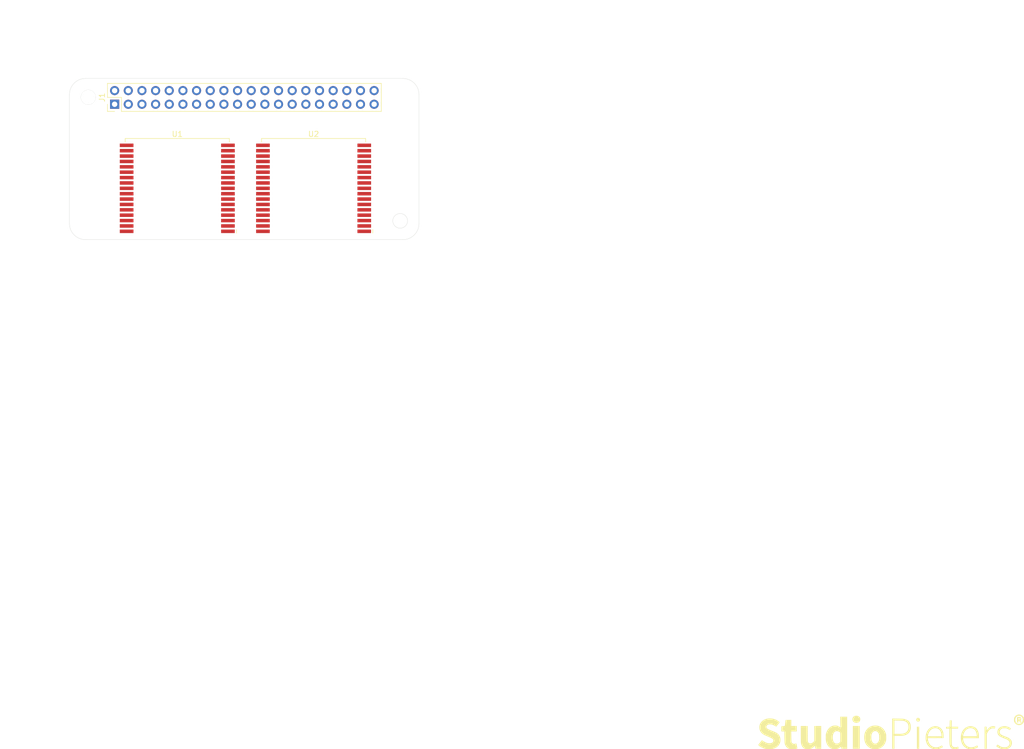
<source format=kicad_pcb>
(kicad_pcb (version 20200829) (generator pcbnew)

  (general
    (thickness 1.6)
  )

  (paper "A4")
  (title_block
    (title "Raspberry Pi® Zero W - Hat Template")
    (date "2018-12-28")
    (rev "1.0.8")
    (company "StudioPieters®")
    (comment 1 "https://www.studiopieters.nl")
  )

  (layers
    (0 "F.Cu" signal)
    (31 "B.Cu" signal)
    (32 "B.Adhes" user)
    (33 "F.Adhes" user)
    (34 "B.Paste" user)
    (35 "F.Paste" user)
    (36 "B.SilkS" user)
    (37 "F.SilkS" user)
    (38 "B.Mask" user)
    (39 "F.Mask" user)
    (40 "Dwgs.User" user)
    (41 "Cmts.User" user)
    (42 "Eco1.User" user)
    (43 "Eco2.User" user)
    (44 "Edge.Cuts" user)
    (45 "Margin" user)
    (46 "B.CrtYd" user)
    (47 "F.CrtYd" user)
    (48 "B.Fab" user)
    (49 "F.Fab" user)
  )

  (setup
    (pcbplotparams
      (layerselection 0x010fc_ffffffff)
      (usegerberextensions false)
      (usegerberattributes false)
      (usegerberadvancedattributes false)
      (creategerberjobfile false)
      (svguseinch false)
      (svgprecision 6)
      (excludeedgelayer true)
      (linewidth 0.100000)
      (plotframeref false)
      (viasonmask false)
      (mode 1)
      (useauxorigin false)
      (hpglpennumber 1)
      (hpglpenspeed 20)
      (hpglpendiameter 15.000000)
      (psnegative false)
      (psa4output false)
      (plotreference true)
      (plotvalue true)
      (plotinvisibletext false)
      (sketchpadsonfab false)
      (subtractmaskfromsilk false)
      (outputformat 1)
      (mirror false)
      (drillshape 1)
      (scaleselection 1)
      (outputdirectory "")
    )
  )


  (net 0 "")
  (net 1 "Net-(U1-Pad1)")
  (net 2 "Net-(U1-Pad33)")
  (net 3 "Net-(U1-Pad32)")
  (net 4 "Net-(U1-Pad31)")
  (net 5 "Net-(U1-Pad30)")
  (net 6 "Net-(U1-Pad29)")
  (net 7 "Net-(U1-Pad28)")
  (net 8 "Net-(U1-Pad27)")
  (net 9 "Net-(U1-Pad26)")
  (net 10 "Net-(U1-Pad25)")
  (net 11 "Net-(U1-Pad23)")
  (net 12 "Net-(U1-Pad22)")
  (net 13 "Net-(U1-Pad21)")
  (net 14 "Net-(U1-Pad20)")
  (net 15 "Net-(U1-Pad19)")
  (net 16 "Net-(U1-Pad18)")
  (net 17 "Net-(U1-Pad17)")
  (net 18 "Net-(U1-Pad16)")
  (net 19 "Net-(U1-Pad15)")
  (net 20 "Net-(U1-Pad14)")
  (net 21 "Net-(U1-Pad13)")
  (net 22 "Net-(U1-Pad12)")
  (net 23 "Net-(U1-Pad10)")
  (net 24 "Net-(U1-Pad9)")
  (net 25 "Net-(U1-Pad8)")
  (net 26 "Net-(U1-Pad7)")
  (net 27 "Net-(U1-Pad6)")
  (net 28 "Net-(U1-Pad5)")
  (net 29 "Net-(U1-Pad4)")
  (net 30 "Net-(U1-Pad3)")
  (net 31 "Net-(U1-Pad2)")
  (net 32 "Net-(U2-Pad1)")
  (net 33 "Net-(U2-Pad33)")
  (net 34 "Net-(U2-Pad32)")
  (net 35 "Net-(U2-Pad31)")
  (net 36 "Net-(U2-Pad30)")
  (net 37 "Net-(U2-Pad29)")
  (net 38 "Net-(U2-Pad28)")
  (net 39 "Net-(U2-Pad27)")
  (net 40 "Net-(U2-Pad26)")
  (net 41 "Net-(U2-Pad25)")
  (net 42 "Net-(U2-Pad23)")
  (net 43 "Net-(U2-Pad22)")
  (net 44 "Net-(U2-Pad21)")
  (net 45 "Net-(U2-Pad20)")
  (net 46 "Net-(U2-Pad19)")
  (net 47 "Net-(U2-Pad18)")
  (net 48 "Net-(U2-Pad17)")
  (net 49 "Net-(U2-Pad16)")
  (net 50 "Net-(U2-Pad15)")
  (net 51 "Net-(U2-Pad14)")
  (net 52 "Net-(U2-Pad13)")
  (net 53 "Net-(U2-Pad12)")
  (net 54 "Net-(U2-Pad10)")
  (net 55 "Net-(U2-Pad9)")
  (net 56 "Net-(U2-Pad8)")
  (net 57 "Net-(U2-Pad7)")
  (net 58 "Net-(U2-Pad6)")
  (net 59 "Net-(U2-Pad5)")
  (net 60 "Net-(U2-Pad4)")
  (net 61 "Net-(U2-Pad3)")
  (net 62 "Net-(U2-Pad2)")

  (module "Connector_PinHeader_2.54mm:PinHeader_2x20_P2.54mm_Vertical" (layer "F.Cu") (tedit 59FED5CC) (tstamp 00000000-0000-0000-0000-00005c2616a7)
    (at 58.4 53.8 90)
    (descr "Through hole straight pin header, 2x20, 2.54mm pitch, double rows")
    (tags "Through hole pin header THT 2x20 2.54mm double row")
    (path "/00000000-0000-0000-0000-00005c26120c")
    (attr through_hole)
    (fp_text reference "J1" (at 1.27 -2.33 90) (layer "F.SilkS")
      (effects (font (size 1 1) (thickness 0.15)))
      (tstamp 9b18c156-6b00-40b2-826b-68f6cece0830)
    )
    (fp_text value "Conn_02x20_Odd_Even" (at 1.27 50.59 90) (layer "F.Fab") hide
      (effects (font (size 1 1) (thickness 0.15)))
      (tstamp 3ea545e3-82bd-4807-9c73-d84153903566)
    )
    (fp_text user "${REFERENCE}" (at 1.27 24.13 180) (layer "F.Fab")
      (effects (font (size 1 1) (thickness 0.15)))
      (tstamp a678691d-cf59-4b11-bd1c-6bdb25038b86)
    )
    (fp_line (start -1.33 -1.33) (end 0 -1.33) (layer "F.SilkS") (width 0.12) (tstamp 10f46d4f-1353-45c0-a658-ac7579385905))
    (fp_line (start 1.27 1.27) (end 1.27 -1.33) (layer "F.SilkS") (width 0.12) (tstamp 15afc2ec-f1ef-4975-ab0d-3cdd49315ec6))
    (fp_line (start -1.33 49.59) (end 3.87 49.59) (layer "F.SilkS") (width 0.12) (tstamp 3b19bd7c-cbf5-4599-9e60-bc308cebf0b8))
    (fp_line (start -1.33 0) (end -1.33 -1.33) (layer "F.SilkS") (width 0.12) (tstamp 8cf07323-fdd9-43c8-baa1-1a097917e6d7))
    (fp_line (start 3.87 -1.33) (end 3.87 49.59) (layer "F.SilkS") (width 0.12) (tstamp 976176d8-b3aa-4611-99e5-c3d3f35042b5))
    (fp_line (start 1.27 -1.33) (end 3.87 -1.33) (layer "F.SilkS") (width 0.12) (tstamp a1972f64-8f99-48bb-8663-64a5361f214b))
    (fp_line (start -1.33 1.27) (end -1.33 49.59) (layer "F.SilkS") (width 0.12) (tstamp dfa2c3d4-0790-447c-9fc8-abb743e2bcfc))
    (fp_line (start -1.33 1.27) (end 1.27 1.27) (layer "F.SilkS") (width 0.12) (tstamp fcc6a402-7ea3-402d-9d61-9b9a7729beb4))
    (fp_line (start -1.8 50.05) (end 4.35 50.05) (layer "F.CrtYd") (width 0.05) (tstamp 1532d2b3-8a2d-4fdc-b496-b78d52cfdaec))
    (fp_line (start 4.35 -1.8) (end -1.8 -1.8) (layer "F.CrtYd") (width 0.05) (tstamp 84fb1351-a259-4bbc-b57d-1378cd1dd335))
    (fp_line (start 4.35 50.05) (end 4.35 -1.8) (layer "F.CrtYd") (width 0.05) (tstamp 92763607-9343-4cbf-8e3f-badf9667deab))
    (fp_line (start -1.8 -1.8) (end -1.8 50.05) (layer "F.CrtYd") (width 0.05) (tstamp b79cd352-4fc1-45a5-af53-746bb8337808))
    (fp_line (start 3.81 49.53) (end -1.27 49.53) (layer "F.Fab") (width 0.1) (tstamp 0367da3d-4c72-4835-936c-a0379b541aa1))
    (fp_line (start 0 -1.27) (end 3.81 -1.27) (layer "F.Fab") (width 0.1) (tstamp 4c1af0c7-e6df-483a-aa51-b75190554db1))
    (fp_line (start 3.81 -1.27) (end 3.81 49.53) (layer "F.Fab") (width 0.1) (tstamp 6c9c7477-79eb-4106-8c24-7eca4d019308))
    (fp_line (start -1.27 0) (end 0 -1.27) (layer "F.Fab") (width 0.1) (tstamp 7d294608-74ca-4ada-bf97-ef1c4f118a73))
    (fp_line (start -1.27 49.53) (end -1.27 0) (layer "F.Fab") (width 0.1) (tstamp a29faa86-254d-40d3-a8df-4ffa66d3fa2a))
    (pad "1" thru_hole rect (at 0 0 90) (size 1.7 1.7) (drill 1) (layers *.Cu *.Mask)
      (net 1 "Net-(J1-Pad1)") (tstamp 4d7e3f0f-978e-49df-b4ff-17a2d7490937))
    (pad "2" thru_hole oval (at 2.54 0 90) (size 1.7 1.7) (drill 1) (layers *.Cu *.Mask)
      (net 2 "Net-(J1-Pad2)") (tstamp d2ef0032-6bc8-464d-a0ca-9753d1408ca6))
    (pad "3" thru_hole oval (at 0 2.54 90) (size 1.7 1.7) (drill 1) (layers *.Cu *.Mask)
      (net 3 "Net-(J1-Pad3)") (tstamp c59f5484-056c-46f7-ad9d-6ad3ab96f79b))
    (pad "4" thru_hole oval (at 2.54 2.54 90) (size 1.7 1.7) (drill 1) (layers *.Cu *.Mask)
      (net 4 "Net-(J1-Pad4)") (tstamp e198085a-e5c1-4142-beb0-b7c1b303ad01))
    (pad "5" thru_hole oval (at 0 5.08 90) (size 1.7 1.7) (drill 1) (layers *.Cu *.Mask)
      (net 5 "Net-(J1-Pad5)") (tstamp d2ae41ed-0b16-4d3f-a61f-ef2f10507933))
    (pad "6" thru_hole oval (at 2.54 5.08 90) (size 1.7 1.7) (drill 1) (layers *.Cu *.Mask)
      (net 6 "Net-(J1-Pad6)") (tstamp d0e856aa-84e1-46ce-90e7-5bbc831bd16b))
    (pad "7" thru_hole oval (at 0 7.62 90) (size 1.7 1.7) (drill 1) (layers *.Cu *.Mask)
      (net 7 "Net-(J1-Pad7)") (tstamp 066991e7-7ba2-45f9-8431-cc18512069c5))
    (pad "8" thru_hole oval (at 2.54 7.62 90) (size 1.7 1.7) (drill 1) (layers *.Cu *.Mask)
      (net 8 "Net-(J1-Pad8)") (tstamp 3fa5de2d-8571-4906-be05-e353a44e46c5))
    (pad "9" thru_hole oval (at 0 10.16 90) (size 1.7 1.7) (drill 1) (layers *.Cu *.Mask)
      (net 9 "Net-(J1-Pad9)") (tstamp 362bb408-0289-4405-880b-2fc601a53dda))
    (pad "10" thru_hole oval (at 2.54 10.16 90) (size 1.7 1.7) (drill 1) (layers *.Cu *.Mask)
      (net 10 "Net-(J1-Pad10)") (tstamp e5aae9f4-21a5-4293-bda3-c5c5d080dbe9))
    (pad "11" thru_hole oval (at 0 12.7 90) (size 1.7 1.7) (drill 1) (layers *.Cu *.Mask)
      (net 11 "Net-(J1-Pad11)") (tstamp 9d52dea2-0f50-4fbd-9122-70d83d88701d))
    (pad "12" thru_hole oval (at 2.54 12.7 90) (size 1.7 1.7) (drill 1) (layers *.Cu *.Mask)
      (net 12 "Net-(J1-Pad12)") (tstamp 633034b2-16f5-44d4-aa36-e1da84073eb0))
    (pad "13" thru_hole oval (at 0 15.24 90) (size 1.7 1.7) (drill 1) (layers *.Cu *.Mask)
      (net 13 "Net-(J1-Pad13)") (tstamp 9bc5a541-85c7-4912-83a4-db3383a042ea))
    (pad "14" thru_hole oval (at 2.54 15.24 90) (size 1.7 1.7) (drill 1) (layers *.Cu *.Mask)
      (net 14 "Net-(J1-Pad14)") (tstamp bb9f2f8b-49d2-41ae-b21e-e461dd174c58))
    (pad "15" thru_hole oval (at 0 17.78 90) (size 1.7 1.7) (drill 1) (layers *.Cu *.Mask)
      (net 15 "Net-(J1-Pad15)") (tstamp 6801348c-3393-41b9-b132-f801cf320f67))
    (pad "16" thru_hole oval (at 2.54 17.78 90) (size 1.7 1.7) (drill 1) (layers *.Cu *.Mask)
      (net 16 "Net-(J1-Pad16)") (tstamp 3b43dff7-b1d0-4a96-b825-0fcc8376614f))
    (pad "17" thru_hole oval (at 0 20.32 90) (size 1.7 1.7) (drill 1) (layers *.Cu *.Mask)
      (net 17 "Net-(J1-Pad17)") (tstamp 38e83d57-1a9f-4887-8c5f-c1ffdbc3a485))
    (pad "18" thru_hole oval (at 2.54 20.32 90) (size 1.7 1.7) (drill 1) (layers *.Cu *.Mask)
      (net 18 "Net-(J1-Pad18)") (tstamp 57b6ffcd-9450-4b6d-9d4a-55206f5d88c5))
    (pad "19" thru_hole oval (at 0 22.86 90) (size 1.7 1.7) (drill 1) (layers *.Cu *.Mask)
      (net 19 "Net-(J1-Pad19)") (tstamp fc796794-da62-4e5e-81a2-ba8af62f5367))
    (pad "20" thru_hole oval (at 2.54 22.86 90) (size 1.7 1.7) (drill 1) (layers *.Cu *.Mask)
      (net 20 "Net-(J1-Pad20)") (tstamp 4baf54ec-3b27-4bb2-b92d-bc4ca0274321))
    (pad "21" thru_hole oval (at 0 25.4 90) (size 1.7 1.7) (drill 1) (layers *.Cu *.Mask)
      (net 21 "Net-(J1-Pad21)") (tstamp a9434279-d16d-4f45-9980-202e3633fa9e))
    (pad "22" thru_hole oval (at 2.54 25.4 90) (size 1.7 1.7) (drill 1) (layers *.Cu *.Mask)
      (net 22 "Net-(J1-Pad22)") (tstamp e4e4a7e3-73cd-4d9c-94dc-80d8f3a026c8))
    (pad "23" thru_hole oval (at 0 27.94 90) (size 1.7 1.7) (drill 1) (layers *.Cu *.Mask)
      (net 23 "Net-(J1-Pad23)") (tstamp 2ef2fc2c-1fd2-4fea-a665-c205a3e58f3a))
    (pad "24" thru_hole oval (at 2.54 27.94 90) (size 1.7 1.7) (drill 1) (layers *.Cu *.Mask)
      (net 24 "Net-(J1-Pad24)") (tstamp 71cf37e7-fbae-47d9-b6fc-e0bd73569c45))
    (pad "25" thru_hole oval (at 0 30.48 90) (size 1.7 1.7) (drill 1) (layers *.Cu *.Mask)
      (net 25 "Net-(J1-Pad25)") (tstamp 9af05bff-bf96-4541-ae95-a76b554f0659))
    (pad "26" thru_hole oval (at 2.54 30.48 90) (size 1.7 1.7) (drill 1) (layers *.Cu *.Mask)
      (net 26 "Net-(J1-Pad26)") (tstamp 74c983a9-a9c1-4a52-9609-1764274b1fa9))
    (pad "27" thru_hole oval (at 0 33.02 90) (size 1.7 1.7) (drill 1) (layers *.Cu *.Mask)
      (net 27 "Net-(J1-Pad27)") (tstamp a2a751a2-da32-4b79-9b36-e69d3ff4c0d5))
    (pad "28" thru_hole oval (at 2.54 33.02 90) (size 1.7 1.7) (drill 1) (layers *.Cu *.Mask)
      (net 28 "Net-(J1-Pad28)") (tstamp 04b5ecd3-37a3-474b-98c9-46695ca2276b))
    (pad "29" thru_hole oval (at 0 35.56 90) (size 1.7 1.7) (drill 1) (layers *.Cu *.Mask)
      (net 29 "Net-(J1-Pad29)") (tstamp 987f45b5-77eb-4525-a1f6-36f9d5db942b))
    (pad "30" thru_hole oval (at 2.54 35.56 90) (size 1.7 1.7) (drill 1) (layers *.Cu *.Mask)
      (net 30 "Net-(J1-Pad30)") (tstamp a50da766-3ff0-4815-a13e-8744a28a5236))
    (pad "31" thru_hole oval (at 0 38.1 90) (size 1.7 1.7) (drill 1) (layers *.Cu *.Mask)
      (net 31 "Net-(J1-Pad31)") (tstamp ebee5387-8667-431b-a3f5-016bb6029b19))
    (pad "32" thru_hole oval (at 2.54 38.1 90) (size 1.7 1.7) (drill 1) (layers *.Cu *.Mask)
      (net 32 "Net-(J1-Pad32)") (tstamp c4fa9226-eb7d-428c-ba48-ee16e6d7c1ed))
    (pad "33" thru_hole oval (at 0 40.64 90) (size 1.7 1.7) (drill 1) (layers *.Cu *.Mask)
      (net 33 "Net-(J1-Pad33)") (tstamp 0298528c-7d38-4d79-992a-3bef412ea3bd))
    (pad "34" thru_hole oval (at 2.54 40.64 90) (size 1.7 1.7) (drill 1) (layers *.Cu *.Mask)
      (net 34 "Net-(J1-Pad34)") (tstamp 0d4b154b-2c49-455f-97a6-a2d4eca3cc75))
    (pad "35" thru_hole oval (at 0 43.18 90) (size 1.7 1.7) (drill 1) (layers *.Cu *.Mask)
      (net 35 "Net-(J1-Pad35)") (tstamp 3162f1f9-1bd8-4f59-8917-7665019a0ffc))
    (pad "36" thru_hole oval (at 2.54 43.18 90) (size 1.7 1.7) (drill 1) (layers *.Cu *.Mask)
      (net 36 "Net-(J1-Pad36)") (tstamp 7b5f304c-c882-4c50-a4cd-7b8c983131fd))
    (pad "37" thru_hole oval (at 0 45.72 90) (size 1.7 1.7) (drill 1) (layers *.Cu *.Mask)
      (net 37 "Net-(J1-Pad37)") (tstamp 5a5830d2-a01d-49c8-ae9d-58b16de85389))
    (pad "38" thru_hole oval (at 2.54 45.72 90) (size 1.7 1.7) (drill 1) (layers *.Cu *.Mask)
      (net 38 "Net-(J1-Pad38)") (tstamp 1af9fae4-64ce-45a4-8601-e153b13a4e37))
    (pad "39" thru_hole oval (at 0 48.26 90) (size 1.7 1.7) (drill 1) (layers *.Cu *.Mask)
      (net 39 "Net-(J1-Pad39)") (tstamp a81ec2fe-315a-44ca-b91b-1ffdba33419f))
    (pad "40" thru_hole oval (at 2.54 48.26 90) (size 1.7 1.7) (drill 1) (layers *.Cu *.Mask)
      (net 40 "Net-(J1-Pad40)") (tstamp 29f79988-04cd-4573-a8c9-fadab57475b5))
    (model "${KISYS3DMOD}/Connector_PinHeader_2.54mm.3dshapes/PinHeader_2x20_P2.54mm_Vertical.wrl"
      (offset (xyz 0 0 0))
      (scale (xyz 1 1 1))
      (rotate (xyz 0 0 0))
    )
  )

  (module "StudioPieters:StudioPieters_Kicad_Logo" (layer "F.Cu") (tedit 0) (tstamp 00000000-0000-0000-0000-00005c26f196)
    (at 202.8 170.6)
    (attr through_hole)
    (fp_text reference "G***" (at 0 0) (layer "F.SilkS") hide
      (effects (font (size 1.524 1.524) (thickness 0.3)))
      (tstamp 8cb2565e-393c-42f5-b54a-3c8ee5114431)
    )
    (fp_text value "LOGO" (at 0.75 0) (layer "F.SilkS") hide
      (effects (font (size 1.524 1.524) (thickness 0.3)))
      (tstamp 3516def1-f353-48e5-8f7e-f0eb29e9ecf8)
    )
    (fp_poly (pts (xy 5.130676 -2.598373)
      (xy 5.247523 -2.541368)
      (xy 5.323803 -2.445202)
      (xy 5.359334 -2.310147)
      (xy 5.362117 -2.251167)
      (xy 5.339981 -2.113905)
      (xy 5.27482 -2.012745)
      (xy 5.168866 -1.950097)
      (xy 5.064213 -1.929851)
      (xy 4.970099 -1.92868)
      (xy 4.891941 -1.937462)
      (xy 4.868333 -1.944502)
      (xy 4.759835 -2.020758)
      (xy 4.693469 -2.132476)
      (xy 4.672837 -2.255737)
      (xy 4.694681 -2.396748)
      (xy 4.75948 -2.507431)
      (xy 4.859281 -2.581835)
      (xy 4.986128 -2.614007)
      (xy 5.130676 -2.598373)) (layer "F.SilkS") (width 0.01) (tstamp 034d473d-58e6-4a75-9454-ea850748c386))
    (fp_poly (pts (xy 8.353778 -1.057902)
      (xy 8.647123 -1.006526)
      (xy 8.910228 -0.908084)
      (xy 9.141377 -0.763743)
      (xy 9.338855 -0.574667)
      (xy 9.500946 -0.342021)
      (xy 9.552243 -0.243813)
      (xy 9.62937 -0.065606)
      (xy 9.684553 0.108588)
      (xy 9.720756 0.293777)
      (xy 9.740941 0.504969)
      (xy 9.748012 0.747889)
      (xy 9.750778 1.143)
      (xy 8.290278 1.15031)
      (xy 6.829778 1.157619)
      (xy 6.829975 1.27731)
      (xy 6.836846 1.362589)
      (xy 6.854851 1.479668)
      (xy 6.880386 1.60586)
      (xy 6.885928 1.629561)
      (xy 6.98253 1.928664)
      (xy 7.118009 2.19155)
      (xy 7.28841 2.415696)
      (xy 7.48978 2.598575)
      (xy 7.718167 2.737661)
      (xy 7.969617 2.830431)
      (xy 8.240177 2.874357)
      (xy 8.525893 2.866915)
      (xy 8.755779 2.824069)
      (xy 8.975365 2.753734)
      (xy 9.184231 2.660704)
      (xy 9.350236 2.561524)
      (xy 9.404953 2.526862)
      (xy 9.435536 2.514956)
      (xy 9.436936 2.515755)
      (xy 9.469386 2.566862)
      (xy 9.51086 2.640819)
      (xy 9.55197 2.719639)
      (xy 9.58333 2.785334)
      (xy 9.595556 2.819691)
      (xy 9.570985 2.84655)
      (xy 9.504492 2.888458)
      (xy 9.406908 2.940383)
      (xy 9.289063 2.997294)
      (xy 9.161786 3.054159)
      (xy 9.035907 3.105946)
      (xy 8.922257 3.147624)
      (xy 8.833556 3.173724)
      (xy 8.696662 3.195958)
      (xy 8.525194 3.209585)
      (xy 8.33649 3.214621)
      (xy 8.14789 3.21108)
      (xy 7.976732 3.198977)
      (xy 7.840356 3.178327)
      (xy 7.817556 3.172853)
      (xy 7.537383 3.071172)
      (xy 7.274306 2.921054)
      (xy 7.037157 2.729722)
      (xy 6.834764 2.504402)
      (xy 6.67596 2.252318)
      (xy 6.664591 2.229556)
      (xy 6.536787 1.911612)
      (xy 6.453648 1.577726)
      (xy 6.414261 1.235332)
      (xy 6.417712 0.891867)
      (xy 6.436483 0.752403)
      (xy 6.829778 0.752403)
      (xy 6.829778 0.818445)
      (xy 9.369778 0.818445)
      (xy 9.369778 0.639515)
      (xy 9.355536 0.461478)
      (xy 9.316763 0.260388)
      (xy 9.259393 0.060709)
      (xy 9.189357 -0.113092)
      (xy 9.185319 -0.121285)
      (xy 9.056614 -0.319431)
      (xy 8.890647 -0.479807)
      (xy 8.694471 -0.599604)
      (xy 8.475138 -0.676012)
      (xy 8.239702 -0.706221)
      (xy 7.995217 -0.68742)
      (xy 7.851403 -0.652756)
      (xy 7.618348 -0.552944)
      (xy 7.404956 -0.402904)
      (xy 7.215807 -0.206804)
      (xy 7.05548 0.031194)
      (xy 7.014486 0.10854)
      (xy 6.969285 0.213755)
      (xy 6.923327 0.345255)
      (xy 6.881691 0.485338)
      (xy 6.849455 0.616299)
      (xy 6.831697 0.720438)
      (xy 6.829778 0.752403)
      (xy 6.436483 0.752403)
      (xy 6.463086 0.554763)
      (xy 6.54947 0.231457)
      (xy 6.67595 -0.070618)
      (xy 6.841611 -0.344026)
      (xy 7.005175 -0.540706)
      (xy 7.238399 -0.745213)
      (xy 7.496139 -0.900935)
      (xy 7.773501 -1.005994)
      (xy 8.065592 -1.058515)
      (xy 8.353778 -1.057902)) (layer "F.SilkS") (width 0.01) (tstamp 143afa95-6bb9-49d5-ab01-bd5bbbdf3714))
    (fp_poly (pts (xy 14.879023 -1.060441)
      (xy 15.178123 -1.013216)
      (xy 15.442154 -0.921837)
      (xy 15.67163 -0.785969)
      (xy 15.867062 -0.605277)
      (xy 16.028963 -0.379425)
      (xy 16.08827 -0.268606)
      (xy 16.161116 -0.109671)
      (xy 16.215187 0.036385)
      (xy 16.253624 0.183999)
      (xy 16.279566 0.347609)
      (xy 16.296153 0.541654)
      (xy 16.304735 0.726722)
      (xy 16.32 1.157111)
      (xy 13.369539 1.157111)
      (xy 13.387841 1.335756)
      (xy 13.443523 1.654114)
      (xy 13.540671 1.944)
      (xy 13.676287 2.201704)
      (xy 13.847371 2.423519)
      (xy 14.050925 2.605734)
      (xy 14.28395 2.744642)
      (xy 14.543446 2.836533)
      (xy 14.614001 2.852095)
      (xy 14.869114 2.876065)
      (xy 15.139858 2.855802)
      (xy 15.411064 2.794376)
      (xy 15.667566 2.694856)
      (xy 15.826159 2.606792)
      (xy 15.90561 2.557265)
      (xy 15.964441 2.522893)
      (xy 15.987961 2.511778)
      (xy 16.007107 2.534718)
      (xy 16.04041 2.592077)
      (xy 16.079174 2.666665)
      (xy 16.1147 2.741291)
      (xy 16.138291 2.798764)
      (xy 16.143111 2.818427)
      (xy 16.118538 2.846664)
      (xy 16.05209 2.889732)
      (xy 15.954671 2.942452)
      (xy 15.837186 2.999649)
      (xy 15.710539 3.056148)
      (xy 15.585634 3.10677)
      (xy 15.473377 3.146341)
      (xy 15.419597 3.161873)
      (xy 15.260776 3.191299)
      (xy 15.069684 3.209555)
      (xy 14.864426 3.216452)
      (xy 14.663112 3.211801)
      (xy 14.483847 3.195414)
      (xy 14.365111 3.172853)
      (xy 14.086181 3.071431)
      (xy 13.823971 2.921334)
      (xy 13.58727 2.72977)
      (xy 13.384872 2.503949)
      (xy 13.225568 2.251081)
      (xy 13.21478 2.229556)
      (xy 13.087909 1.911562)
      (xy 13.004358 1.567101)
      (xy 12.966028 1.208047)
      (xy 12.974818 0.846277)
      (xy 12.977755 0.818445)
      (xy 13.370924 0.818445)
      (xy 14.65824 0.818445)
      (xy 14.921704 0.817996)
      (xy 15.167023 0.816711)
      (xy 15.388603 0.814682)
      (xy 15.58085 0.812001)
      (xy 15.738172 0.80876)
      (xy 15.854976 0.805051)
      (xy 15.925668 0.800966)
      (xy 15.945324 0.797278)
      (xy 15.942194 0.761327)
      (xy 15.93404 0.683552)
      (xy 15.922375 0.578195)
      (xy 15.917156 0.532314)
      (xy 15.861864 0.223016)
      (xy 15.772268 -0.043503)
      (xy 15.649207 -0.266349)
      (xy 15.49352 -0.444628)
      (xy 15.306046 -0.577446)
      (xy 15.087625 -0.663911)
      (xy 14.839096 -0.70313)
      (xy 14.75421 -0.705555)
      (xy 14.496437 -0.678552)
      (xy 14.255895 -0.598479)
      (xy 14.035029 -0.466738)
      (xy 13.836286 -0.284733)
      (xy 13.688175 -0.093955)
      (xy 13.566885 0.12283)
      (xy 13.468255 0.369441)
      (xy 13.401863 0.620794)
      (xy 13.39098 0.684389)
      (xy 13.370924 0.818445)
      (xy 12.977755 0.818445)
      (xy 12.982239 0.775971)
      (xy 13.043263 0.428376)
      (xy 13.140186 0.119902)
      (xy 13.276115 -0.156269)
      (xy 13.454154 -0.406957)
      (xy 13.587444 -0.552974)
      (xy 13.828281 -0.759522)
      (xy 14.08671 -0.913848)
      (xy 14.36032 -1.015008)
      (xy 14.646701 -1.062052)
      (xy 14.879023 -1.060441)) (layer "F.SilkS") (width 0.01) (tstamp 14423318-a0ec-48ab-bf2a-881a1a8c5c4c))
    (fp_poly (pts (xy 5.221111 3.132667)
      (xy 4.797778 3.132667)
      (xy 4.797778 -0.959555)
      (xy 5.221111 -0.959555)
      (xy 5.221111 3.132667)) (layer "F.SilkS") (width 0.01) (tstamp 1e6ac5ef-cc40-4587-94cb-19c1dd060ced))
    (fp_poly (pts (xy 1.192389 -2.475829)
      (xy 1.466481 -2.471731)
      (xy 1.691195 -2.467418)
      (xy 1.873598 -2.462491)
      (xy 2.020757 -2.456554)
      (xy 2.139737 -2.449207)
      (xy 2.237606 -2.440054)
      (xy 2.32143 -2.428697)
      (xy 2.398275 -2.414739)
      (xy 2.441222 -2.405565)
      (xy 2.744517 -2.318681)
      (xy 3.000698 -2.202816)
      (xy 3.212264 -2.055906)
      (xy 3.381712 -1.875888)
      (xy 3.511542 -1.660698)
      (xy 3.590105 -1.456832)
      (xy 3.62471 -1.299712)
      (xy 3.646535 -1.10746)
      (xy 3.655062 -0.900038)
      (xy 3.649774 -0.69741)
      (xy 3.630153 -0.51954)
      (xy 3.616178 -0.451555)
      (xy 3.522002 -0.179177)
      (xy 3.384325 0.06054)
      (xy 3.206067 0.263898)
      (xy 2.990145 0.427196)
      (xy 2.872761 0.490851)
      (xy 2.720684 0.558537)
      (xy 2.569589 0.612987)
      (xy 2.411075 0.655478)
      (xy 2.236741 0.687285)
      (xy 2.038188 0.709684)
      (xy 1.807015 0.723952)
      (xy 1.534821 0.731364)
      (xy 1.277056 0.733219)
      (xy 0.620889 0.733778)
      (xy 0.620889 3.132667)
      (xy 0.197556 3.132667)
      (xy 0.197556 0.366889)
      (xy 0.620889 0.366889)
      (xy 1.266303 0.366889)
      (xy 1.54456 0.364879)
      (xy 1.772956 0.358642)
      (xy 1.95794 0.347866)
      (xy 2.105958 0.332238)
      (xy 2.162359 0.323517)
      (xy 2.445264 0.253645)
      (xy 2.683741 0.14922)
      (xy 2.878565 0.00949)
      (xy 3.030509 -0.166293)
      (xy 3.140349 -0.378879)
      (xy 3.208858 -0.629018)
      (xy 3.220009 -0.700394)
      (xy 3.233436 -0.942682)
      (xy 3.210388 -1.177671)
      (xy 3.153822 -1.395359)
      (xy 3.066696 -1.585748)
      (xy 2.951967 -1.738836)
      (xy 2.898428 -1.787859)
      (xy 2.785998 -1.871352)
      (xy 2.674703 -1.93462)
      (xy 2.545625 -1.986714)
      (xy 2.379844 -2.036683)
      (xy 2.376077 -2.037708)
      (xy 2.302755 -2.055969)
      (xy 2.227024 -2.07045)
      (xy 2.140607 -2.081756)
      (xy 2.035229 -2.09049)
      (xy 1.902614 -2.097256)
      (xy 1.734484 -2.102658)
      (xy 1.522564 -2.107299)
      (xy 1.389944 -2.109652)
      (xy 0.620889 -2.122594)
      (xy 0.620889 0.366889)
      (xy 0.197556 0.366889)
      (xy 0.197556 -2.489445)
      (xy 1.192389 -2.475829)) (layer "F.SilkS") (width 0.01) (tstamp 20c4b160-90f2-4a72-a301-f0fdab0c3b01))
    (fp_poly (pts (xy 23.73739 -2.761219)
      (xy 23.874658 -2.756377)
      (xy 23.967521 -2.749961)
      (xy 24.028007 -2.739173)
      (xy 24.068141 -2.72121)
      (xy 24.099951 -2.693271)
      (xy 24.11839 -2.672482)
      (xy 24.174731 -2.566967)
      (xy 24.190008 -2.442531)
      (xy 24.164442 -2.318746)
      (xy 24.113428 -2.231778)
      (xy 24.040412 -2.145003)
      (xy 24.14165 -1.963971)
      (xy 24.190827 -1.873933)
      (xy 24.226822 -1.804024)
      (xy 24.242671 -1.767838)
      (xy 24.242889 -1.766359)
      (xy 24.21765 -1.756454)
      (xy 24.15382 -1.750526)
      (xy 24.116295 -1.749778)
      (xy 24.048181 -1.751685)
      (xy 24.003655 -1.764893)
      (xy 23.968653 -1.800631)
      (xy 23.929113 -1.870127)
      (xy 23.904222 -1.919111)
      (xy 23.855106 -2.010782)
      (xy 23.816968 -2.061983)
      (xy 23.778426 -2.084071)
      (xy 23.734483 -2.088444)
      (xy 23.687841 -2.086197)
      (xy 23.662667 -2.070584)
      (xy 23.652339 -2.028303)
      (xy 23.650238 -1.94605)
      (xy 23.650222 -1.919111)
      (xy 23.650222 -1.749778)
      (xy 23.424444 -1.749778)
      (xy 23.424444 -2.441222)
      (xy 23.650222 -2.441222)
      (xy 23.650222 -2.286)
      (xy 23.749 -2.286)
      (xy 23.849507 -2.306331)
      (xy 23.904222 -2.342444)
      (xy 23.954639 -2.417677)
      (xy 23.950209 -2.484363)
      (xy 23.892314 -2.538887)
      (xy 23.817758 -2.568738)
      (xy 23.726596 -2.591584)
      (xy 23.676435 -2.587541)
      (xy 23.655063 -2.547316)
      (xy 23.650267 -2.461614)
      (xy 23.650222 -2.441222)
      (xy 23.424444 -2.441222)
      (xy 23.424444 -2.770772)
      (xy 23.73739 -2.761219)) (layer "F.SilkS") (width 0.01) (tstamp 28141db0-32db-42e1-801b-c8f25c7e5990))
    (fp_poly (pts (xy -2.603315 -1.163246)
      (xy -2.280005 -1.08652)
      (xy -1.982211 -0.9614)
      (xy -1.712853 -0.790139)
      (xy -1.474853 -0.574993)
      (xy -1.271129 -0.318216)
      (xy -1.104603 -0.022063)
      (xy -0.978195 0.311212)
      (xy -0.970117 0.338667)
      (xy -0.949883 0.419337)
      (xy -0.935424 0.506403)
      (xy -0.925918 0.610873)
      (xy -0.920543 0.743753)
      (xy -0.918476 0.916051)
      (xy -0.918448 1.030111)
      (xy -0.919394 1.214927)
      (xy -0.922056 1.35508)
      (xy -0.927697 1.462352)
      (xy -0.937581 1.548524)
      (xy -0.952969 1.625375)
      (xy -0.975126 1.704687)
      (xy -0.998631 1.778)
      (xy -1.133463 2.107479)
      (xy -1.307602 2.399187)
      (xy -1.518774 2.650906)
      (xy -1.764704 2.860422)
      (xy -2.043118 3.025519)
      (xy -2.351739 3.143979)
      (xy -2.420221 3.162736)
      (xy -2.619749 3.198578)
      (xy -2.850349 3.215717)
      (xy -3.090337 3.214201)
      (xy -3.318029 3.194073)
      (xy -3.493078 3.160463)
      (xy -3.799866 3.051264)
      (xy -4.084483 2.891651)
      (xy -4.340199 2.685503)
      (xy -4.373028 2.653431)
      (xy -4.587495 2.408655)
      (xy -4.754724 2.148053)
      (xy -4.87699 1.865692)
      (xy -4.956567 1.555637)
      (xy -4.99573 1.211957)
      (xy -5.00088 1.016)
      (xy -4.994526 0.892976)
      (xy -3.690334 0.892976)
      (xy -3.687868 1.212474)
      (xy -3.651041 1.489266)
      (xy -3.580048 1.722657)
      (xy -3.475089 1.911951)
      (xy -3.366886 2.031095)
      (xy -3.215533 2.136014)
      (xy -3.055915 2.187974)
      (xy -2.87968 2.188895)
      (xy -2.771337 2.168014)
      (xy -2.628637 2.105172)
      (xy -2.495136 1.995941)
      (xy -2.380308 1.850375)
      (xy -2.293629 1.678527)
      (xy -2.283311 1.650152)
      (xy -2.256648 1.567057)
      (xy -2.237965 1.489544)
      (xy -2.225884 1.40473)
      (xy -2.219027 1.299733)
      (xy -2.216013 1.161672)
      (xy -2.215444 1.016)
      (xy -2.216346 0.841525)
      (xy -2.219971 0.710597)
      (xy -2.227697 0.610335)
      (xy -2.240903 0.527856)
      (xy -2.260967 0.450279)
      (xy -2.283311 0.381848)
      (xy -2.370459 0.195468)
      (xy -2.488939 0.041105)
      (xy -2.631059 -0.073331)
      (xy -2.789126 -0.139936)
      (xy -2.79149 -0.140509)
      (xy -2.978553 -0.162973)
      (xy -3.146015 -0.1338)
      (xy -3.299822 -0.051246)
      (xy -3.401559 0.038222)
      (xy -3.509189 0.169468)
      (xy -3.588846 0.318528)
      (xy -3.643834 0.495181)
      (xy -3.677456 0.709205)
      (xy -3.690334 0.892976)
      (xy -4.994526 0.892976)
      (xy -4.982128 0.652968)
      (xy -4.924304 0.326653)
      (xy -4.825053 0.030902)
      (xy -4.68202 -0.240437)
      (xy -4.492851 -0.493517)
      (xy -4.374444 -0.620977)
      (xy -4.125803 -0.834221)
      (xy -3.852814 -0.997124)
      (xy -3.554334 -1.110143)
      (xy -3.22922 -1.173733)
      (xy -2.949222 -1.189322)
      (xy -2.603315 -1.163246)) (layer "F.SilkS") (width 0.01) (tstamp 2a997d8c-dce1-408d-8631-faa8df093f63))
    (fp_poly (pts (xy -18.570222 -1.100667)
      (xy -17.554222 -1.100667)
      (xy -17.554222 -0.084667)
      (xy -18.574228 -0.084667)
      (xy -18.564276 0.867833)
      (xy -18.561208 1.138904)
      (xy -18.557694 1.359724)
      (xy -18.552919 1.536485)
      (xy -18.546069 1.675381)
      (xy -18.536331 1.782603)
      (xy -18.522891 1.864344)
      (xy -18.504934 1.926798)
      (xy -18.481646 1.976155)
      (xy -18.452214 2.018609)
      (xy -18.415823 2.060352)
      (xy -18.406149 2.070754)
      (xy -18.276366 2.171559)
      (xy -18.122525 2.221765)
      (xy -17.944068 2.221478)
      (xy -17.791541 2.187528)
      (xy -17.709512 2.163496)
      (xy -17.651701 2.148139)
      (xy -17.636368 2.145194)
      (xy -17.622373 2.17105)
      (xy -17.601935 2.241567)
      (xy -17.577169 2.345613)
      (xy -17.550193 2.472059)
      (xy -17.523122 2.609772)
      (xy -17.498073 2.747623)
      (xy -17.477163 2.874481)
      (xy -17.462506 2.979214)
      (xy -17.456221 3.050691)
      (xy -17.45918 3.077136)
      (xy -17.497483 3.09501)
      (xy -17.577027 3.11987)
      (xy -17.683728 3.147533)
      (xy -17.739073 3.160273)
      (xy -17.907508 3.188465)
      (xy -18.103639 3.206912)
      (xy -18.311623 3.215443)
      (xy -18.515621 3.213885)
      (xy -18.699792 3.202065)
      (xy -18.848294 3.179811)
      (xy -18.877714 3.172671)
      (xy -19.122316 3.080019)
      (xy -19.332621 2.942751)
      (xy -19.508793 2.760693)
      (xy -19.650994 2.53367)
      (xy -19.75939 2.261508)
      (xy -19.773126 2.215445)
      (xy -19.786081 2.162861)
      (xy -19.796814 2.100083)
      (xy -19.805619 2.021064)
      (xy -19.81279 1.919754)
      (xy -19.818623 1.790106)
      (xy -19.823411 1.62607)
      (xy -19.827449 1.421599)
      (xy -19.831032 1.170644)
      (xy -19.833245 0.980722)
      (xy -19.844912 -0.084667)
      (xy -20.404667 -0.084667)
      (xy -20.404667 -1.038926)
      (xy -20.270611 -1.054492)
      (xy -20.167075 -1.065775)
      (xy -20.04013 -1.078607)
      (xy -19.951043 -1.087075)
      (xy -19.76553 -1.104091)
      (xy -19.701974 -1.617434)
      (xy -19.680899 -1.784339)
      (xy -19.661217 -1.934103)
      (xy -19.644292 -2.056803)
      (xy -19.63149 -2.142515)
      (xy -19.62453 -2.180167)
      (xy -19.615088 -2.197661)
      (xy -19.592925 -2.21049)
      (xy -19.550359 -2.219365)
      (xy -19.479707 -2.224996)
      (xy -19.373288 -2.228094)
      (xy -19.223419 -2.229368)
      (xy -19.090432 -2.229555)
      (xy -18.570222 -2.229555)
      (xy -18.570222 -1.100667)) (layer "F.SilkS") (width 0.01) (tstamp 2f77d3d3-78d1-4455-b5ce-99f489cf9d54))
    (fp_poly (pts (xy -5.842 3.132667)
      (xy -7.112 3.132667)
      (xy -7.112 -1.100667)
      (xy -5.842 -1.100667)
      (xy -5.842 3.132667)) (layer "F.SilkS") (width 0.01) (tstamp 315c637e-a2db-47a6-8998-d9890197a6ed))
    (fp_poly (pts (xy -8.184444 3.132667)
      (xy -9.223541 3.132667)
      (xy -9.258846 2.935111)
      (xy -9.277514 2.838317)
      (xy -9.293711 2.767885)
      (xy -9.304185 2.737806)
      (xy -9.304765 2.737556)
      (xy -9.330566 2.753457)
      (xy -9.389454 2.79562)
      (xy -9.469901 2.855734)
      (xy -9.490746 2.871611)
      (xy -9.608927 2.953146)
      (xy -9.748898 3.037077)
      (xy -9.877778 3.103967)
      (xy -9.971868 3.146162)
      (xy -10.048868 3.174474)
      (xy -10.124865 3.191966)
      (xy -10.21595 3.201698)
      (xy -10.338211 3.206731)
      (xy -10.428111 3.208672)
      (xy -10.636681 3.207508)
      (xy -10.800033 3.195591)
      (xy -10.90249 3.176373)
      (xy -11.162754 3.073657)
      (xy -11.40405 2.922403)
      (xy -11.618461 2.729427)
      (xy -11.798071 2.501543)
      (xy -11.904029 2.314222)
      (xy -11.984467 2.136946)
      (xy -12.045714 1.975291)
      (xy -12.090193 1.816694)
      (xy -12.120326 1.648595)
      (xy -12.138536 1.458432)
      (xy -12.147246 1.233643)
      (xy -12.148995 1.044222)
      (xy -12.148863 0.981795)
      (xy -10.861485 0.981795)
      (xy -10.857596 1.155921)
      (xy -10.825344 1.444375)
      (xy -10.761744 1.686561)
      (xy -10.66691 1.882227)
      (xy -10.540959 2.031117)
      (xy -10.418164 2.116229)
      (xy -10.301287 2.155152)
      (xy -10.154323 2.171972)
      (xy -9.999153 2.166611)
      (xy -9.857661 2.138989)
      (xy -9.802479 2.118462)
      (xy -9.71391 2.066129)
      (xy -9.617689 1.991501)
      (xy -9.569646 1.946345)
      (xy -9.454444 1.827638)
      (xy -9.454444 0.966319)
      (xy -9.454152 0.719778)
      (xy -9.454237 0.523244)
      (xy -9.456142 0.370292)
      (xy -9.461308 0.254497)
      (xy -9.471179 0.16943)
      (xy -9.487197 0.108668)
      (xy -9.510804 0.065783)
      (xy -9.543443 0.034349)
      (xy -9.586556 0.007939)
      (xy -9.641586 -0.019871)
      (xy -9.680222 -0.039536)
      (xy -9.776286 -0.083864)
      (xy -9.869928 -0.117958)
      (xy -9.900997 -0.126216)
      (xy -10.108326 -0.147121)
      (xy -10.294441 -0.117497)
      (xy -10.457481 -0.039835)
      (xy -10.595588 0.083371)
      (xy -10.706901 0.24963)
      (xy -10.789562 0.456449)
      (xy -10.84171 0.701334)
      (xy -10.861485 0.981795)
      (xy -12.148863 0.981795)
      (xy -12.148577 0.846798)
      (xy -12.14621 0.694756)
      (xy -12.140979 0.577041)
      (xy -12.131967 0.482601)
      (xy -12.118258 0.400382)
      (xy -12.098937 0.31933)
      (xy -12.084687 0.268111)
      (xy -11.963952 -0.068631)
      (xy -11.807045 -0.367791)
      (xy -11.616108 -0.626204)
      (xy -11.393282 -0.840707)
      (xy -11.275907 -0.926955)
      (xy -11.049791 -1.057736)
      (xy -10.826658 -1.141418)
      (xy -10.58893 -1.183467)
      (xy -10.426691 -1.191026)
      (xy -10.145361 -1.171918)
      (xy -9.896056 -1.109347)
      (xy -9.672198 -1.001029)
      (xy -9.491487 -0.866457)
      (xy -9.389661 -0.777053)
      (xy -9.408678 -0.87536)
      (xy -9.413811 -0.927004)
      (xy -9.41948 -1.027517)
      (xy -9.425419 -1.169328)
      (xy -9.431359 -1.344867)
      (xy -9.437035 -1.546562)
      (xy -9.442178 -1.766845)
      (xy -9.444771 -1.897944)
      (xy -9.461847 -2.822222)
      (xy -8.184444 -2.822222)
      (xy -8.184444 3.132667)) (layer "F.SilkS") (width 0.01) (tstamp 33380e2c-bc3a-4013-830d-2b77f6b74d46))
    (fp_poly (pts (xy -22.278874 -2.498351)
      (xy -21.93989 -2.449398)
      (xy -21.618888 -2.35407)
      (xy -21.305672 -2.209875)
      (xy -21.200986 -2.150372)
      (xy -21.097053 -2.083812)
      (xy -20.990398 -2.007615)
      (xy -20.891404 -1.930212)
      (xy -20.810451 -1.860037)
      (xy -20.75792 -1.805523)
      (xy -20.743333 -1.778626)
      (xy -20.760266 -1.749644)
      (xy -20.806395 -1.68659)
      (xy -20.874714 -1.59807)
      (xy -20.958218 -1.492689)
      (xy -21.049901 -1.379052)
      (xy -21.142757 -1.265767)
      (xy -21.22978 -1.161439)
      (xy -21.303967 -1.074673)
      (xy -21.358309 -1.014076)
      (xy -21.385803 -0.988253)
      (xy -21.387024 -0.987899)
      (xy -21.419491 -1.002611)
      (xy -21.482128 -1.040309)
      (xy -21.533556 -1.074113)
      (xy -21.763215 -1.20991)
      (xy -21.997905 -1.312055)
      (xy -22.230662 -1.379908)
      (xy -22.454524 -1.412827)
      (xy -22.662527 -1.410172)
      (xy -22.847707 -1.371302)
      (xy -23.003102 -1.295574)
      (xy -23.092806 -1.217679)
      (xy -23.180377 -1.086595)
      (xy -23.213073 -0.952076)
      (xy -23.191799 -0.819324)
      (xy -23.117461 -0.693537)
      (xy -22.990963 -0.579914)
      (xy -22.980526 -0.572784)
      (xy -22.915913 -0.536392)
      (xy -22.80809 -0.483624)
      (xy -22.666397 -0.418701)
      (xy -22.500175 -0.345843)
      (xy -22.318766 -0.269273)
      (xy -22.212398 -0.225686)
      (xy -22.021727 -0.147423)
      (xy -21.836348 -0.069478)
      (xy -21.666734 0.003605)
      (xy -21.523354 0.067283)
      (xy -21.416678 0.117016)
      (xy -21.379998 0.135431)
      (xy -21.138993 0.292188)
      (xy -20.935821 0.487044)
      (xy -20.774713 0.714159)
      (xy -20.659898 0.967687)
      (xy -20.599649 1.213556)
      (xy -20.578366 1.52361)
      (xy -20.609708 1.818945)
      (xy -20.690967 2.095965)
      (xy -20.819431 2.351078)
      (xy -20.992391 2.58069)
      (xy -21.207135 2.781208)
      (xy -21.460953 2.949038)
      (xy -21.751135 3.080587)
      (xy -22.07497 3.17226)
      (xy -22.07742 3.172768)
      (xy -22.254822 3.198539)
      (xy -22.469129 3.212819)
      (xy -22.702018 3.215766)
      (xy -22.935164 3.20754)
      (xy -23.150244 3.188299)
      (xy -23.311556 3.162055)
      (xy -23.705536 3.049974)
      (xy -24.079514 2.887779)
      (xy -24.425685 2.679005)
      (xy -24.503944 2.622223)
      (xy -24.616861 2.529684)
      (xy -24.680119 2.459279)
      (xy -24.694444 2.421573)
      (xy -24.677583 2.387809)
      (xy -24.631456 2.319926)
      (xy -24.562745 2.226322)
      (xy -24.478134 2.115398)
      (xy -24.384305 1.995553)
      (xy -24.287943 1.875187)
      (xy -24.19573 1.762699)
      (xy -24.11435 1.666489)
      (xy -24.050485 1.594956)
      (xy -24.010818 1.5565)
      (xy -24.00274 1.552222)
      (xy -23.975601 1.568086)
      (xy -23.916846 1.609621)
      (xy -23.841295 1.666242)
      (xy -23.708523 1.756195)
      (xy -23.543704 1.850402)
      (xy -23.365247 1.93976)
      (xy -23.191561 2.015165)
      (xy -23.041056 2.067515)
      (xy -23.016348 2.074167)
      (xy -22.824327 2.107643)
      (xy -22.624259 2.116339)
      (xy -22.429825 2.101698)
      (xy -22.254704 2.065164)
      (xy -22.112577 2.008182)
      (xy -22.058984 1.973123)
      (xy -21.96281 1.863808)
      (xy -21.906857 1.727642)
      (xy -21.894561 1.580583)
      (xy -21.929356 1.438588)
      (xy -21.939427 1.417591)
      (xy -21.973448 1.363398)
      (xy -22.020927 1.311512)
      (xy -22.08753 1.258688)
      (xy -22.178923 1.201679)
      (xy -22.300773 1.137239)
      (xy -22.458745 1.062121)
      (xy -22.658506 0.97308)
      (xy -22.886201 0.875166)
      (xy -23.143894 0.764432)
      (xy -23.355738 0.670288)
      (xy -23.528504 0.588899)
      (xy -23.668962 0.51643)
      (xy -23.783883 0.449044)
      (xy -23.880038 0.382908)
      (xy -23.964197 0.314184)
      (xy -24.04313 0.239038)
      (xy -24.083821 0.196722)
      (xy -24.247362 0.000414)
      (xy -24.364685 -0.194849)
      (xy -24.443963 -0.403104)
      (xy -24.453627 -0.438431)
      (xy -24.479254 -0.582149)
      (xy -24.492807 -0.756389)
      (xy -24.494162 -0.940001)
      (xy -24.483194 -1.111837)
      (xy -24.459779 -1.250749)
      (xy -24.45843 -1.255889)
      (xy -24.36043 -1.515884)
      (xy -24.213396 -1.758145)
      (xy -24.023837 -1.974979)
      (xy -23.798264 -2.158691)
      (xy -23.593778 -2.277857)
      (xy -23.410895 -2.36126)
      (xy -23.244185 -2.421217)
      (xy -23.075891 -2.461953)
      (xy -22.888251 -2.487695)
      (xy -22.663509 -2.50267)
      (xy -22.646036 -2.50342)
      (xy -22.278874 -2.498351)) (layer "F.SilkS") (width 0.01) (tstamp 4941ec99-3ef8-49ca-96d8-29bde14d490b))
    (fp_poly (pts (xy 21.219919 -1.056125)
      (xy 21.486121 -1.016676)
      (xy 21.747145 -0.939025)
      (xy 21.995583 -0.82225)
      (xy 22.027444 -0.803623)
      (xy 22.142645 -0.733545)
      (xy 22.213987 -0.682575)
      (xy 22.245809 -0.640442)
      (xy 22.242451 -0.596875)
      (xy 22.20825 -0.541605)
      (xy 22.162704 -0.483449)
      (xy 22.050039 -0.341949)
      (xy 21.900091 -0.44293)
      (xy 21.786378 -0.512076)
      (xy 21.655728 -0.58098)
      (xy 21.578349 -0.616606)
      (xy 21.494065 -0.649368)
      (xy 21.416001 -0.670721)
      (xy 21.327933 -0.683075)
      (xy 21.213637 -0.688843)
      (xy 21.082 -0.690373)
      (xy 20.933145 -0.689403)
      (xy 20.82547 -0.683919)
      (xy 20.743761 -0.67179)
      (xy 20.672802 -0.650886)
      (xy 20.608214 -0.624012)
      (xy 20.449858 -0.526824)
      (xy 20.32388 -0.398215)
      (xy 20.234431 -0.247877)
      (xy 20.185659 -0.085498)
      (xy 20.181714 0.079231)
      (xy 20.226744 0.236619)
      (xy 20.233671 0.250741)
      (xy 20.28467 0.335956)
      (xy 20.349256 0.412633)
      (xy 20.433722 0.484612)
      (xy 20.544363 0.555728)
      (xy 20.687472 0.629821)
      (xy 20.869343 0.710726)
      (xy 21.09627 0.802283)
      (xy 21.210458 0.846337)
      (xy 21.375755 0.911282)
      (xy 21.539841 0.978946)
      (xy 21.687765 1.042949)
      (xy 21.80458 1.096911)
      (xy 21.844122 1.116799)
      (xy 22.009557 1.221822)
      (xy 22.160555 1.351426)
      (xy 22.285323 1.493398)
      (xy 22.372071 1.635522)
      (xy 22.391528 1.683804)
      (xy 22.449427 1.933151)
      (xy 22.453907 2.175206)
      (xy 22.407956 2.404698)
      (xy 22.314562 2.616354)
      (xy 22.176714 2.804906)
      (xy 21.997401 2.965082)
      (xy 21.779611 3.091611)
      (xy 21.546494 3.17412)
      (xy 21.391263 3.201354)
      (xy 21.20014 3.214993)
      (xy 20.991947 3.215313)
      (xy 20.785506 3.202594)
      (xy 20.599638 3.177111)
      (xy 20.517556 3.158957)
      (xy 20.379719 3.116712)
      (xy 20.226641 3.060395)
      (xy 20.099462 3.005818)
      (xy 19.997221 2.953386)
      (xy 19.885646 2.889863)
      (xy 19.775577 2.822263)
      (xy 19.677857 2.757602)
      (xy 19.603328 2.702894)
      (xy 19.56283 2.665155)
      (xy 19.55858 2.655855)
      (xy 19.576101 2.627456)
      (xy 19.621364 2.569801)
      (xy 19.681506 2.498923)
      (xy 19.80385 2.359069)
      (xy 19.984314 2.49352)
      (xy 20.257492 2.668784)
      (xy 20.535083 2.789297)
      (xy 20.822407 2.856745)
      (xy 21.124783 2.872813)
      (xy 21.174483 2.870752)
      (xy 21.315463 2.859419)
      (xy 21.423997 2.839359)
      (xy 21.524002 2.804856)
      (xy 21.60328 2.768293)
      (xy 21.777131 2.655995)
      (xy 21.909598 2.514731)
      (xy 21.997801 2.352044)
      (xy 22.03886 2.175477)
      (xy 22.029897 1.992572)
      (xy 21.968453 1.811719)
      (xy 21.912668 1.71598)
      (xy 21.842791 1.63006)
      (xy 21.752636 1.55007)
      (xy 21.636017 1.472125)
      (xy 21.486748 1.392335)
      (xy 21.298645 1.306814)
      (xy 21.065521 1.211674)
      (xy 20.930564 1.159443)
      (xy 20.703171 1.070179)
      (xy 20.520429 0.992257)
      (xy 20.372931 0.920779)
      (xy 20.251271 0.850848)
      (xy 20.146042 0.777564)
      (xy 20.058103 0.705129)
      (xy 19.919676 0.547353)
      (xy 19.82437 0.36124)
      (xy 19.773137 0.155974)
      (xy 19.76693 -0.059259)
      (xy 19.8067 -0.275277)
      (xy 19.893401 -0.482895)
      (xy 19.92876 -0.542255)
      (xy 20.070482 -0.712641)
      (xy 20.251468 -0.85036)
      (xy 20.464313 -0.954491)
      (xy 20.701607 -1.024111)
      (xy 20.955945 -1.058296)
      (xy 21.219919 -1.056125)) (layer "F.SilkS") (width 0.01) (tstamp 6f878236-847d-4cde-bd96-6c1e0860d57c))
    (fp_poly (pts (xy 11.260667 -0.959555)
      (xy 12.446 -0.959555)
      (xy 12.446 -0.620889)
      (xy 11.260667 -0.620889)
      (xy 11.260667 0.827433)
      (xy 11.260865 1.172864)
      (xy 11.261719 1.466715)
      (xy 11.263619 1.713851)
      (xy 11.266953 1.919139)
      (xy 11.272111 2.087441)
      (xy 11.279482 2.223622)
      (xy 11.289454 2.332548)
      (xy 11.302417 2.419083)
      (xy 11.318761 2.488092)
      (xy 11.338874 2.54444)
      (xy 11.363145 2.59299)
      (xy 11.391964 2.638608)
      (xy 11.407307 2.660583)
      (xy 11.508502 2.756595)
      (xy 11.648159 2.823018)
      (xy 11.81568 2.858182)
      (xy 12.00047 2.860416)
      (xy 12.191931 2.828047)
      (xy 12.28502 2.799031)
      (xy 12.383043 2.767284)
      (xy 12.438997 2.759636)
      (xy 12.460938 2.773907)
      (xy 12.508172 2.909435)
      (xy 12.535457 3.000444)
      (xy 12.544702 3.054454)
      (xy 12.538269 3.078582)
      (xy 12.502298 3.095365)
      (xy 12.426628 3.121408)
      (xy 12.326162 3.15167)
      (xy 12.303089 3.15815)
      (xy 12.10355 3.198593)
      (xy 11.890928 3.216304)
      (xy 11.684059 3.211156)
      (xy 11.50178 3.183022)
      (xy 11.436086 3.163976)
      (xy 11.253781 3.072395)
      (xy 11.104347 2.935565)
      (xy 10.988593 2.754693)
      (xy 10.907327 2.530987)
      (xy 10.86681 2.314963)
      (xy 10.860468 2.234521)
      (xy 10.854655 2.103948)
      (xy 10.849486 1.929556)
      (xy 10.845079 1.717656)
      (xy 10.841551 1.47456)
      (xy 10.83902 1.206579)
      (xy 10.837602 0.920025)
      (xy 10.837333 0.727463)
      (xy 10.837333 -0.620889)
      (xy 10.216444 -0.620889)
      (xy 10.216444 -0.925765)
      (xy 10.859916 -0.965971)
      (xy 10.900968 -2.144889)
      (xy 11.260667 -2.144889)
      (xy 11.260667 -0.959555)) (layer "F.SilkS") (width 0.01) (tstamp 79536b6b-ef29-4ccd-9db9-c637fb4293f1))
    (fp_poly (pts (xy 23.980279 -3.215749)
      (xy 24.122104 -3.17966)
      (xy 24.282268 -3.09904)
      (xy 24.43436 -2.9767)
      (xy 24.56284 -2.826869)
      (xy 24.629523 -2.715051)
      (xy 24.665907 -2.635486)
      (xy 24.689093 -2.56458)
      (xy 24.701989 -2.485513)
      (xy 24.707502 -2.381464)
      (xy 24.708556 -2.257778)
      (xy 24.706905 -2.116394)
      (xy 24.70009 -2.014389)
      (xy 24.685319 -1.934747)
      (xy 24.6598 -1.860452)
      (xy 24.633728 -1.801837)
      (xy 24.520427 -1.620157)
      (xy 24.368416 -1.465529)
      (xy 24.193111 -1.35287)
      (xy 24.04294 -1.303308)
      (xy 23.863793 -1.278118)
      (xy 23.677962 -1.278058)
      (xy 23.507738 -1.303883)
      (xy 23.434507 -1.32711)
      (xy 23.243854 -1.432302)
      (xy 23.08068 -1.583381)
      (xy 22.952071 -1.773604)
      (xy 22.939564 -1.798198)
      (xy 22.894573 -1.895009)
      (xy 22.867291 -1.974762)
      (xy 22.853452 -2.058233)
      (xy 22.848788 -2.166198)
      (xy 22.84858 -2.241212)
      (xy 22.8506 -2.263267)
      (xy 23.07069 -2.263267)
      (xy 23.090508 -2.061044)
      (xy 23.157117 -1.876022)
      (xy 23.272027 -1.704813)
      (xy 23.415446 -1.581676)
      (xy 23.585692 -1.507693)
      (xy 23.702103 -1.480144)
      (xy 23.792246 -1.472167)
      (xy 23.8829 -1.484049)
      (xy 23.987233 -1.512012)
      (xy 24.153784 -1.589353)
      (xy 24.292554 -1.709088)
      (xy 24.39912 -1.862224)
      (xy 24.469055 -2.039769)
      (xy 24.497937 -2.23273)
      (xy 24.48134 -2.432116)
      (xy 24.467749 -2.48856)
      (xy 24.393464 -2.664191)
      (xy 24.282441 -2.807624)
      (xy 24.143345 -2.916426)
      (xy 23.984841 -2.988166)
      (xy 23.815594 -3.02041)
      (xy 23.64427 -3.010728)
      (xy 23.479534 -2.956686)
      (xy 23.330052 -2.855853)
      (xy 23.291834 -2.818613)
      (xy 23.173088 -2.654192)
      (xy 23.098795 -2.46503)
      (xy 23.07069 -2.263267)
      (xy 22.8506 -2.263267)
      (xy 22.871813 -2.494862)
      (xy 22.939691 -2.713997)
      (xy 23.052195 -2.898591)
      (xy 23.209312 -3.048618)
      (xy 23.390004 -3.154599)
      (xy 23.57037 -3.211415)
      (xy 23.774002 -3.232034)
      (xy 23.980279 -3.215749)) (layer "F.SilkS") (width 0.01) (tstamp a08d4f1b-a69e-4bb6-81fd-76e56b5e8777))
    (fp_poly (pts (xy -15.508111 1.763889)
      (xy -15.44043 1.901381)
      (xy -15.353358 2.025408)
      (xy -15.23532 2.104123)
      (xy -15.083885 2.1387)
      (xy -14.952891 2.136931)
      (xy -14.77589 2.098712)
      (xy -14.613715 2.014905)
      (xy -14.458218 1.880874)
      (xy -14.4098 1.828064)
      (xy -14.280444 1.680192)
      (xy -14.280444 -1.100667)
      (xy -13.010444 -1.100667)
      (xy -13.010444 3.132667)
      (xy -13.529536 3.132667)
      (xy -13.723785 3.131717)
      (xy -13.86771 3.12859)
      (xy -13.967404 3.122871)
      (xy -14.028959 3.114143)
      (xy -14.058469 3.101991)
      (xy -14.062585 3.096295)
      (xy -14.072535 3.053345)
      (xy -14.087289 2.969396)
      (xy -14.104299 2.859413)
      (xy -14.111788 2.807017)
      (xy -14.147035 2.554111)
      (xy -14.349757 2.752075)
      (xy -14.584116 2.949114)
      (xy -14.830502 3.093084)
      (xy -15.040511 3.172308)
      (xy -15.189988 3.201568)
      (xy -15.37345 3.215693)
      (xy -15.57059 3.214982)
      (xy -15.761097 3.199735)
      (xy -15.924666 3.170248)
      (xy -15.965297 3.158718)
      (xy -16.184051 3.061133)
      (xy -16.37047 2.917481)
      (xy -16.524238 2.72818)
      (xy -16.645036 2.493648)
      (xy -16.732549 2.214303)
      (xy -16.752377 2.12124)
      (xy -16.761699 2.060783)
      (xy -16.769552 1.981302)
      (xy -16.77604 1.878282)
      (xy -16.781269 1.747205)
      (xy -16.785344 1.583553)
      (xy -16.788369 1.382811)
      (xy -16.79045 1.140461)
      (xy -16.791691 0.851985)
      (xy -16.792198 0.512868)
      (xy -16.792222 0.40674)
      (xy -16.792222 -1.100667)
      (xy -15.524189 -1.100667)
      (xy -15.508111 1.763889)) (layer "F.SilkS") (width 0.01) (tstamp aab80229-5f9b-4df0-ade4-f8b896e49402))
    (fp_poly (pts (xy 19.081457 -1.052269)
      (xy 19.201894 -1.037551)
      (xy 19.270715 -1.018779)
      (xy 19.315685 -0.999264)
      (xy 19.341807 -0.978977)
      (xy 19.350286 -0.946019)
      (xy 19.342329 -0.888487)
      (xy 19.31914 -0.794481)
      (xy 19.300592 -0.723913)
      (xy 19.277856 -0.654725)
      (xy 19.251298 -0.629043)
      (xy 19.210433 -0.634006)
      (xy 19.150301 -0.646147)
      (xy 19.056018 -0.658854)
      (xy 18.965333 -0.667836)
      (xy 18.759002 -0.657211)
      (xy 18.559611 -0.592134)
      (xy 18.369433 -0.474406)
      (xy 18.19074 -0.305825)
      (xy 18.025801 -0.088191)
      (xy 17.87689 0.176697)
      (xy 17.863154 0.205323)
      (xy 17.780044 0.381)
      (xy 17.780022 1.756833)
      (xy 17.78 3.132667)
      (xy 17.384889 3.132667)
      (xy 17.384889 -0.959555)
      (xy 17.751778 -0.959555)
      (xy 17.751778 -0.737717)
      (xy 17.754163 -0.609819)
      (xy 17.760427 -0.484646)
      (xy 17.769237 -0.388548)
      (xy 17.769606 -0.385806)
      (xy 17.787434 -0.255734)
      (xy 17.922342 -0.447836)
      (xy 18.100913 -0.667379)
      (xy 18.297159 -0.839296)
      (xy 18.508026 -0.965776)
      (xy 18.608224 -1.01172)
      (xy 18.692719 -1.03899)
      (xy 18.784049 -1.052414)
      (xy 18.90475 -1.056823)
      (xy 18.933958 -1.057046)
      (xy 19.081457 -1.052269)) (layer "F.SilkS") (width 0.01) (tstamp cdb7f987-0eaf-4eb6-97db-39406e93a152))
    (fp_poly (pts (xy -6.349949 -3.002098)
      (xy -6.258097 -2.990868)
      (xy -6.17638 -2.965472)
      (xy -6.081729 -2.921025)
      (xy -6.080834 -2.920568)
      (xy -5.926332 -2.819127)
      (xy -5.821296 -2.695139)
      (xy -5.761843 -2.54213)
      (xy -5.74406 -2.358769)
      (xy -5.766464 -2.159702)
      (xy -5.832653 -1.995964)
      (xy -5.943828 -1.865835)
      (xy -6.101194 -1.767594)
      (xy -6.179097 -1.73622)
      (xy -6.28988 -1.710944)
      (xy -6.428544 -1.698086)
      (xy -6.570116 -1.698414)
      (xy -6.68962 -1.712694)
      (xy -6.717072 -1.719702)
      (xy -6.900025 -1.801055)
      (xy -7.041657 -1.919334)
      (xy -7.139179 -2.070839)
      (xy -7.189803 -2.251864)
      (xy -7.196667 -2.356555)
      (xy -7.172315 -2.549643)
      (xy -7.099844 -2.713533)
      (xy -6.980127 -2.846813)
      (xy -6.837009 -2.937357)
      (xy -6.74396 -2.974626)
      (xy -6.643761 -2.995344)
      (xy -6.514757 -3.003501)
      (xy -6.475005 -3.004048)
      (xy -6.349949 -3.002098)) (layer "F.SilkS") (width 0.01) (tstamp fadaf8be-fa9a-4f60-b67e-2cf55303942a))
  )

  (module "RPi_Hat:RPi_Hat_Mounting_Hole" locked (layer "F.Cu") (tedit 55217C7B) (tstamp 00000000-0000-0000-0000-00005c471d7e)
    (at 53.5 52.5)
    (descr "Mounting hole, Befestigungsbohrung, 2,7mm, No Annular, Kein Restring,")
    (tags "Mounting hole, Befestigungsbohrung, 2,7mm, No Annular, Kein Restring,")
    (attr through_hole)
    (fp_text reference "" (at 0 -4.0005) (layer "F.SilkS") hide
      (effects (font (size 1 1) (thickness 0.15)))
      (tstamp d3e5b69d-7578-4772-aa0f-d6be624a7531)
    )
    (fp_text value "" (at 0.09906 3.59918) (layer "F.Fab") hide
      (effects (font (size 1 1) (thickness 0.15)))
      (tstamp 456008d5-e641-4310-8e04-d683ef558f2d)
    )
    (fp_circle (center 0 0) (end 3.1 0) (layer "B.CrtYd") (width 0.15) (tstamp 0696b1cb-529b-4759-9eac-7138dcea9b87))
    (fp_circle (center 0 0) (end 3.1 0) (layer "F.CrtYd") (width 0.15) (tstamp a16fbca3-8a4c-410d-9c39-d383376fcc32))
    (fp_circle (center 0 0) (end 3.1 0) (layer "B.Fab") (width 0.15) (tstamp 4cab9eb0-c92d-41f4-9bb4-f414ed8cd1e1))
    (fp_circle (center 0 0) (end 1.375 0) (layer "B.Fab") (width 0.15) (tstamp e53bfd48-c555-4860-bc05-ac9c8523a23c))
    (fp_circle (center 0 0) (end 3.1 0) (layer "F.Fab") (width 0.15) (tstamp 6dbac9bc-ab44-41d2-9a90-bcc92e7cb0d5))
    (fp_circle (center 0 0) (end 1.375 0) (layer "F.Fab") (width 0.15) (tstamp 94a2ffdd-8266-46d8-9407-75571277107a))
    (pad "" np_thru_hole circle (at 0 0) (size 2.75 2.75) (drill 2.75) (layers *.Cu *.Mask)
      (solder_mask_margin 1.725) (clearance 1.725) (tstamp a6f5477d-8082-42a6-9b71-b35b53399f3d))
  )

  (module "RF_Module:DecaWave_DWM1001" (layer "F.Cu") (tedit 5AE22EC1) (tstamp 3d79c66a-3f04-4279-8aa3-985bd84d5712)
    (at 95.4024 69.3166 180)
    (descr "https://www.decawave.com/sites/default/files/dwm1001_datasheet.pdf")
    (tags "UWB module")
    (property "Sheet file" "/Users/jonkelley/Development/Olin/RealWorldMicroControllers-FA2020/rwmc-project/packages/gateway-hat/gateway-hat.kicad_sch")
    (property "Sheet name" "")
    (path "/0cfc6724-237d-43b0-881b-872a4068456d")
    (attr smd)
    (fp_text reference "U2" (at 0 9.955) (layer "F.SilkS")
      (effects (font (size 1 1) (thickness 0.15)))
      (tstamp d796a3a8-547d-4a8d-b782-fb7854775db3)
    )
    (fp_text value "DWM1001" (at 0 -18.045) (layer "F.Fab")
      (effects (font (size 1 1) (thickness 0.15)))
      (tstamp 0cd7993d-fdc0-4c6c-a85b-3ea06a349f42)
    )
    (fp_text user "No components, traces, or copper on any layer" (at 0 -11.5) (layer "Cmts.User")
      (effects (font (size 0.5 0.5) (thickness 0.075)))
      (tstamp 1ba3f18e-805b-4e26-9774-02a2065fc08b)
    )
    (fp_text user "No bare Cu" (at 5.645 -8.18) (layer "Cmts.User")
      (effects (font (size 0.15 0.15) (thickness 0.0225)))
      (tstamp 592fff2c-38e4-438b-ad1e-dbf0b9fd85b2)
    )
    (fp_text user "No bare Cu" (at -5.665 8.12) (layer "Cmts.User")
      (effects (font (size 0.15 0.15) (thickness 0.0225)))
      (tstamp 714a65b1-9187-4ece-932a-7cac64f1daa8)
    )
    (fp_text user "KEEP-OUT ZONE" (at 0 -13) (layer "Cmts.User")
      (effects (font (size 1 1) (thickness 0.15)))
      (tstamp c474ea48-f9ea-4fe4-ab60-7f0b0476963f)
    )
    (fp_text user "${REFERENCE}" (at 0 0) (layer "F.Fab")
      (effects (font (size 1 1) (thickness 0.15)))
      (tstamp c9a2ec79-3b15-4108-a2ca-d8db1036c264)
    )
    (fp_line (start -9.685 8.46) (end -9.685 9.14) (layer "F.SilkS") (width 0.12) (tstamp 172bd1bc-079e-4aa4-8101-c22d12c7237f))
    (fp_line (start -11 -7.8) (end -11 -8.46) (layer "F.SilkS") (width 0.12) (tstamp 8aaa14f5-39e1-450a-bcd7-ad97ebcfd0d6))
    (fp_line (start 9.685 9.14) (end -9.685 9.14) (layer "F.SilkS") (width 0.12) (tstamp e6f075ba-1073-4316-b396-6b57fbba6c2d))
    (fp_line (start 9.685 8.46) (end 9.685 9.14) (layer "F.SilkS") (width 0.12) (tstamp fb57d3a3-79d5-4795-ab6f-aa925eedda3e))
    (fp_line (start 15.975 -8.65) (end 19.565 -12.24) (layer "Dwgs.User") (width 0.1) (tstamp 03ba0374-60c9-444f-8ca3-3ed791e8b9f2))
    (fp_line (start 6.395 -8.48) (end 4.895 -8.48) (layer "Dwgs.User") (width 0.1) (tstamp 0497f8ef-b768-4679-a9d4-f03b38a6fb46))
    (fp_line (start -10.025 -8.65) (end -1.565 -17.11) (layer "Dwgs.User") (width 0.1) (tstamp 0a321b2d-15a1-4184-a9f0-f06924c5b5c7))
    (fp_line (start 9.975 -8.65) (end 18.435 -17.11) (layer "Dwgs.User") (width 0.1) (tstamp 0bc0c5ee-0bd4-4f8d-aa4a-f248b935bba5))
    (fp_line (start -19.565 -11.11) (end -13.565 -17.11) (layer "Dwgs.User") (width 0.1) (tstamp 0e054095-c631-4ec7-83f1-07571d4b37b1))
    (fp_line (start -8.025 -8.65) (end 0.435 -17.11) (layer "Dwgs.User") (width 0.1) (tstamp 12ce3a13-a7a4-4f6e-81a8-325a3f908976))
    (fp_line (start 11.975 -8.65) (end 19.565 -16.24) (layer "Dwgs.User") (width 0.1) (tstamp 132e3cbf-afb9-4523-86c1-4a32e2f03569))
    (fp_line (start -6.025 -8.65) (end 2.435 -17.11) (layer "Dwgs.User") (width 0.1) (tstamp 28347a32-63db-497b-8c35-968b429621ac))
    (fp_line (start -14.025 -8.65) (end -5.565 -17.11) (layer "Dwgs.User") (width 0.1) (tstamp 2e0e5610-ab85-4ad7-b9ba-b25e7341d947))
    (fp_line (start 3.975 -8.65) (end 12.435 -17.11) (layer "Dwgs.User") (width 0.1) (tstamp 38efd38e-8f97-4ded-ad00-c3e3854a4612))
    (fp_line (start -18.025 -8.65) (end -9.565 -17.11) (layer "Dwgs.User") (width 0.1) (tstamp 412d997e-84c6-4a28-bb90-0da426ded6e3))
    (fp_line (start -19.565 -13.11) (end -15.565 -17.11) (layer "Dwgs.User") (width 0.1) (tstamp 418dc9a7-986b-4b82-b842-488be9d233be))
    (fp_line (start 6.395 -7.88) (end 6.395 -8.48) (layer "Dwgs.User") (width 0.1) (tstamp 4ccc14ba-de76-41cd-8c4a-e7a7bc9f8f82))
    (fp_line (start -19.565 -8.63) (end -19.565 -17.11) (layer "Dwgs.User") (width 0.1) (tstamp 4dfe3074-3abc-478c-a114-1dfc2d560808))
    (fp_line (start -4.915 7.82) (end -6.415 7.82) (layer "Dwgs.User") (width 0.1) (tstamp 6bd9914f-9522-4488-ad6a-5d61abde54ed))
    (fp_line (start -19.565 -9.11) (end -11.565 -17.11) (layer "Dwgs.User") (width 0.1) (tstamp 70f5e7a1-a1d4-4275-ade4-2d5f68cf10f8))
    (fp_line (start 7.975 -8.65) (end 16.435 -17.11) (layer "Dwgs.User") (width 0.1) (tstamp 76fab2a6-737b-4dc4-b5b3-06bd68468dea))
    (fp_line (start -0.025 -8.65) (end 8.435 -17.11) (layer "Dwgs.User") (width 0.1) (tstamp 798aaf66-97ba-4200-885c-3ec7ea53fc06))
    (fp_line (start -4.025 -8.65) (end 4.435 -17.11) (layer "Dwgs.User") (width 0.1) (tstamp 7adc9692-de9b-49e7-8c72-e293af9ed074))
    (fp_line (start 6.395 -7.88) (end 4.895 -7.88) (layer "Dwgs.User") (width 0.1) (tstamp 7b62abcd-1a2c-494b-b9c7-fd7c5b6dac03))
    (fp_line (start 1.975 -8.65) (end 10.435 -17.11) (layer "Dwgs.User") (width 0.1) (tstamp 80d30ed4-669c-4c9f-a678-3944ab0d80e0))
    (fp_line (start 19.565 -17.11) (end -19.565 -17.11) (layer "Dwgs.User") (width 0.1) (tstamp 825cfbb6-c9ad-44e0-8b09-fc14f39a3168))
    (fp_line (start 5.975 -8.65) (end 14.435 -17.11) (layer "Dwgs.User") (width 0.1) (tstamp 913ebd65-32d1-422a-b45d-e8944734be2f))
    (fp_line (start -5.965 8.42) (end -5.365 7.82) (layer "Dwgs.User") (width 0.1) (tstamp 921b66e1-6458-4c3c-88fe-802ad43c8c78))
    (fp_line (start 17.975 -8.65) (end 19.565 -10.24) (layer "Dwgs.User") (width 0.1) (tstamp 980588b8-f0f3-4426-868c-bbce476da40a))
    (fp_line (start -2.025 -8.65) (end 6.435 -17.11) (layer "Dwgs.User") (width 0.1) (tstamp 99f95d17-c63a-482a-b680-b70a61b1e8ab))
    (fp_line (start 19.565 -8.63) (end -19.565 -8.63) (layer "Dwgs.User") (width 0.1) (tstamp a485c934-f47d-476e-83a2-7185de25efab))
    (fp_line (start -4.915 8.42) (end -4.915 7.82) (layer "Dwgs.User") (width 0.1) (tstamp a88d0152-3d0b-42b8-9001-b3b16cb3dd01))
    (fp_line (start -6.415 8.42) (end -6.415 7.82) (layer "Dwgs.User") (width 0.1) (tstamp ab9c80fb-e815-479e-a9ed-b0bdb37140ce))
    (fp_line (start 13.975 -8.65) (end 19.565 -14.24) (layer "Dwgs.User") (width 0.1) (tstamp abb17cc5-52fc-4d22-b1e9-fa6fb79b86b1))
    (fp_line (start -12.025 -8.65) (end -3.565 -17.11) (layer "Dwgs.User") (width 0.1) (tstamp d6004c1a-328f-4a6f-83d3-3ff7f1f84766))
    (fp_line (start -16.025 -8.65) (end -7.565 -17.11) (layer "Dwgs.User") (width 0.1) (tstamp dce263be-e803-462c-82ac-94ea990ed4db))
    (fp_line (start 4.895 -7.88) (end 4.895 -8.48) (layer "Dwgs.User") (width 0.1) (tstamp df019609-1a36-4270-b35e-598f8d732b83))
    (fp_line (start -4.915 8.42) (end -6.415 8.42) (layer "Dwgs.User") (width 0.1) (tstamp eb3fe2cd-82c6-4e9b-a57e-21682366fef4))
    (fp_line (start 19.565 -8.63) (end 19.565 -17.11) (layer "Dwgs.User") (width 0.1) (tstamp ef26b478-5972-4b21-87e9-99aff9c865ee))
    (fp_line (start 5.345 -7.88) (end 5.945 -8.48) (layer "Dwgs.User") (width 0.1) (tstamp f8928a85-8a90-45e5-887a-28457020390c))
    (fp_line (start -19.565 -15.11) (end -17.565 -17.11) (layer "Dwgs.User") (width 0.1) (tstamp ff1ab83f-3de9-4fb1-a2cf-e2c25f72fc8e))
    (fp_line (start -10.94 9.27) (end 10.94 9.27) (layer "F.CrtYd") (width 0.05) (tstamp 261b8fe6-dc81-4013-87bd-145080b8d0ac))
    (fp_line (start -10.94 -17.36) (end -10.94 9.27) (layer "F.CrtYd") (width 0.05) (tstamp 2dc0175c-eb33-4674-b93b-b9a312c33254))
    (fp_line (start 10.94 -17.36) (end 10.94 9.27) (layer "F.CrtYd") (width 0.05) (tstamp 32b91ec6-7461-44ff-af6d-c9a80b62c03a))
    (fp_line (start -10.94 -17.36) (end 10.94 -17.36) (layer "F.CrtYd") (width 0.05) (tstamp 8ccfb5c8-e7ea-4fe1-aca6-30e827aaa468))
    (fp_line (start -9.565 9.02) (end -9.565 -7.63) (layer "F.Fab") (width 0.1) (tstamp 0ba4230f-e055-4397-a1a3-a23b9f153adf))
    (fp_line (start 9.565 9.02) (end -9.565 9.02) (layer "F.Fab") (width 0.1) (tstamp 26c02f1b-9145-4094-85ec-504b802612fa))
    (fp_line (start -8.265 -8.25) (end -8.265 8.25) (layer "F.Fab") (width 0.1) (tstamp 44f6548b-9e43-410c-83a1-96d847cdfe5e))
    (fp_line (start -9.565 -8.63) (end -9.065 -8.13) (layer "F.Fab") (width 0.1) (tstamp 4a948a73-82b2-4adc-afb0-0e61ac058e74))
    (fp_line (start -8.265 -8.25) (end 8.235 -8.25) (layer "F.Fab") (width 0.1) (tstamp 62c8668e-2a88-4242-a546-81d974ffd541))
    (fp_line (start -9.565 -8.63) (end -9.565 -17.11) (layer "F.Fab") (width 0.1) (tstamp 66b55a17-521e-409a-bca8-47467a4cab29))
    (fp_line (start 9.565 9.02) (end 9.565 -17.11) (layer "F.Fab") (width 0.1) (tstamp 7a944966-775f-4aa2-8aaf-d7a595eaf1cb))
    (fp_line (start -9.065 -8.13) (end -9.565 -7.63) (layer "F.Fab") (width 0.1) (tstamp 9196600d-3a8a-40e6-aeb2-362d4e5c0553))
    (fp_line (start 9.565 -17.11) (end -9.565 -17.11) (layer "F.Fab") (width 0.1) (tstamp 92fce9b9-3dcb-4d9a-ba69-babec8e40bac))
    (fp_line (start 9.565 -8.63) (end -9.565 -8.63) (layer "F.Fab") (width 0.1) (tstamp c7bbc7ca-0eee-492b-ab11-71757f35d3f4))
    (fp_line (start 8.235 -8.25) (end 8.235 8.25) (layer "F.Fab") (width 0.1) (tstamp ec485e38-33c7-43ab-8e2a-9491222e97d0))
    (fp_line (start -8.265 8.25) (end 8.235 8.25) (layer "F.Fab") (width 0.1) (tstamp fe2e2ac3-cd74-429d-86d1-be5768f63b11))
    (pad "" np_thru_hole circle (at -2.435 6.82 180) (size 1 1) (drill 1) (layers *.Cu *.Mask) (tstamp 5eef5f4e-8905-4a62-a0c2-36504260075b))
    (pad "1" smd rect (at -9.42 -8.13 180) (size 2.54 0.65) (layers "F.Cu" "F.Paste" "F.Mask")
      (net 32 "Net-(U2-Pad1)") (pinfunction "GND") (tstamp 1548c9dd-d223-4818-9b72-d1b0e34b3afb))
    (pad "2" smd rect (at -9.42 -7.13 180) (size 2.54 0.65) (layers "F.Cu" "F.Paste" "F.Mask")
      (net 62 "Net-(U2-Pad2)") (pinfunction "SWD_CLK") (tstamp 0bd1f930-18be-4d4b-a74f-b8b72f9833be))
    (pad "3" smd rect (at -9.42 -6.13 180) (size 2.54 0.65) (layers "F.Cu" "F.Paste" "F.Mask")
      (net 61 "Net-(U2-Pad3)") (pinfunction "SWD_DIO") (tstamp 82f1fe26-8615-4836-8954-1ac0fc264bd7))
    (pad "4" smd rect (at -9.42 -5.13 180) (size 2.54 0.65) (layers "F.Cu" "F.Paste" "F.Mask")
      (net 60 "Net-(U2-Pad4)") (pinfunction "GPIO_10") (tstamp 763cea15-882d-4850-b2e0-0a5874c02b18))
    (pad "5" smd rect (at -9.42 -4.13 180) (size 2.54 0.65) (layers "F.Cu" "F.Paste" "F.Mask")
      (net 59 "Net-(U2-Pad5)") (pinfunction "GPIO_9") (tstamp ceee799a-8cd9-4313-a57d-5d28001790f1))
    (pad "6" smd rect (at -9.42 -3.13 180) (size 2.54 0.65) (layers "F.Cu" "F.Paste" "F.Mask")
      (net 58 "Net-(U2-Pad6)") (pinfunction "GPIO_12") (tstamp 419b8a12-815e-44a9-ac45-06ea8ff2425f))
    (pad "7" smd rect (at -9.42 -2.13 180) (size 2.54 0.65) (layers "F.Cu" "F.Paste" "F.Mask")
      (net 57 "Net-(U2-Pad7)") (pinfunction "GPIO_14") (tstamp d38c1746-bc41-4ea9-87a9-676b33098ea2))
    (pad "8" smd rect (at -9.42 -1.13 180) (size 2.54 0.65) (layers "F.Cu" "F.Paste" "F.Mask")
      (net 56 "Net-(U2-Pad8)") (pinfunction "GPIO_22") (tstamp d29ad398-b889-4064-a201-0c02626b85a1))
    (pad "9" smd rect (at -9.42 -0.13 180) (size 2.54 0.65) (layers "F.Cu" "F.Paste" "F.Mask")
      (net 55 "Net-(U2-Pad9)") (pinfunction "GPIO_31") (tstamp 8534a7cd-a412-48da-8bed-c7231eb5dfd8))
    (pad "10" smd rect (at -9.42 0.87 180) (size 2.54 0.65) (layers "F.Cu" "F.Paste" "F.Mask")
      (net 54 "Net-(U2-Pad10)") (pinfunction "GPIO_30") (tstamp c44bff6a-d935-48c9-8acc-d9d4cdd89ec3))
    (pad "11" smd rect (at -9.42 1.87 180) (size 2.54 0.65) (layers "F.Cu" "F.Paste" "F.Mask")
      (net 32 "Net-(U2-Pad1)") (pinfunction "GND") (tstamp b559f8f0-2606-4f74-a73b-efc65d8e4b70))
    (pad "12" smd rect (at -9.42 2.87 180) (size 2.54 0.65) (layers "F.Cu" "F.Paste" "F.Mask")
      (net 53 "Net-(U2-Pad12)") (pinfunction "VCC") (tstamp 2ec5010e-1e86-4e88-aaee-ee67495ef76d))
    (pad "13" smd rect (at -9.42 3.87 180) (size 2.54 0.65) (layers "F.Cu" "F.Paste" "F.Mask")
      (net 52 "Net-(U2-Pad13)") (pinfunction "GPIO_27") (tstamp bdeed992-7ce2-4fd9-9080-74c0e9427c5f))
    (pad "14" smd rect (at -9.42 4.87 180) (size 2.54 0.65) (layers "F.Cu" "F.Paste" "F.Mask")
      (net 51 "Net-(U2-Pad14)") (pinfunction "I2C_SDA") (tstamp 5cbaf489-789d-455f-af5e-7328551f31c8))
    (pad "15" smd rect (at -9.42 5.87 180) (size 2.54 0.65) (layers "F.Cu" "F.Paste" "F.Mask")
      (net 50 "Net-(U2-Pad15)") (pinfunction "I2C_SCL") (tstamp f7a5b414-bba8-40b7-805c-d3866ac101ee))
    (pad "16" smd rect (at -9.42 6.87 180) (size 2.54 0.65) (layers "F.Cu" "F.Paste" "F.Mask")
      (net 49 "Net-(U2-Pad16)") (pinfunction "GPIO_23") (tstamp 7d58b35e-989b-4353-8c87-54ee185b5e13))
    (pad "17" smd rect (at -9.42 7.87 180) (size 2.54 0.65) (layers "F.Cu" "F.Paste" "F.Mask")
      (net 48 "Net-(U2-Pad17)") (pinfunction "GPIO_13") (tstamp ce52080c-1804-47de-95b3-a6361e0259a8))
    (pad "18" smd rect (at 9.42 7.87 180) (size 2.54 0.65) (layers "F.Cu" "F.Paste" "F.Mask")
      (net 47 "Net-(U2-Pad18)") (pinfunction "UART_RX") (tstamp c5917f37-735e-4fb9-81f4-df3e59f97a84))
    (pad "19" smd rect (at 9.42 6.87 180) (size 2.54 0.65) (layers "F.Cu" "F.Paste" "F.Mask")
      (net 46 "Net-(U2-Pad19)") (pinfunction "READY") (tstamp c0877b2c-5821-4918-b81b-cc127b17a7ed))
    (pad "20" smd rect (at 9.42 5.87 180) (size 2.54 0.65) (layers "F.Cu" "F.Paste" "F.Mask")
      (net 45 "Net-(U2-Pad20)") (pinfunction "UART_TX") (tstamp d2e37919-ca5c-48cc-bb04-0995f3833179))
    (pad "21" smd rect (at 9.42 4.87 180) (size 2.54 0.65) (layers "F.Cu" "F.Paste" "F.Mask")
      (net 44 "Net-(U2-Pad21)") (pinfunction "GPIO_1") (tstamp 5ae4d896-faf4-4b4b-8529-50b757257049))
    (pad "22" smd rect (at 9.42 3.87 180) (size 2.54 0.65) (layers "F.Cu" "F.Paste" "F.Mask")
      (net 43 "Net-(U2-Pad22)") (pinfunction "GPIO_0") (tstamp 39dd3924-a302-4563-beae-b3b1ec055319))
    (pad "23" smd rect (at 9.42 2.87 180) (size 2.54 0.65) (layers "F.Cu" "F.Paste" "F.Mask")
      (net 42 "Net-(U2-Pad23)") (pinfunction "GPIO_15") (tstamp a252f91a-246a-4070-9206-958e68b0f491))
    (pad "24" smd rect (at 9.42 1.87 180) (size 2.54 0.65) (layers "F.Cu" "F.Paste" "F.Mask")
      (net 32 "Net-(U2-Pad1)") (pinfunction "GND") (tstamp 96fa71c5-0a99-4aef-b687-7f4dc7443724))
    (pad "25" smd rect (at 9.42 0.87 180) (size 2.54 0.65) (layers "F.Cu" "F.Paste" "F.Mask")
      (net 41 "Net-(U2-Pad25)") (pinfunction "GPIO_8") (tstamp 2cee5f5e-f5e6-481e-81bd-34a1da585612))
    (pad "26" smd rect (at 9.42 -0.13 180) (size 2.54 0.65) (layers "F.Cu" "F.Paste" "F.Mask")
      (net 40 "Net-(U2-Pad26)") (pinfunction "SPIS_MISO") (tstamp 78aec98f-1a67-4d58-8e63-b073ca30adac))
    (pad "27" smd rect (at 9.42 -1.13 180) (size 2.54 0.65) (layers "F.Cu" "F.Paste" "F.Mask")
      (net 39 "Net-(U2-Pad27)") (pinfunction "SPIS_MOSI") (tstamp 5df9a599-4a4d-4171-9fd7-df3acba4d806))
    (pad "28" smd rect (at 9.42 -2.13 180) (size 2.54 0.65) (layers "F.Cu" "F.Paste" "F.Mask")
      (net 38 "Net-(U2-Pad28)") (pinfunction "SPIS_CLK") (tstamp d0a1d3a9-c595-4b4c-b527-72eedeb8c029))
    (pad "29" smd rect (at 9.42 -3.13 180) (size 2.54 0.65) (layers "F.Cu" "F.Paste" "F.Mask")
      (net 37 "Net-(U2-Pad29)") (pinfunction "~SPIS_CS") (tstamp 09a60d78-3f94-4119-8e96-060656e66a99))
    (pad "30" smd rect (at 9.42 -4.13 180) (size 2.54 0.65) (layers "F.Cu" "F.Paste" "F.Mask")
      (net 36 "Net-(U2-Pad30)") (pinfunction "GPIO_3") (tstamp aab0a222-a7e4-4f6c-8e6d-7eb542831f5c))
    (pad "31" smd rect (at 9.42 -5.13 180) (size 2.54 0.65) (layers "F.Cu" "F.Paste" "F.Mask")
      (net 35 "Net-(U2-Pad31)") (pinfunction "GPIO_2") (tstamp 28946302-5522-4bda-b293-d40bcfba2e60))
    (pad "32" smd rect (at 9.42 -6.13 180) (size 2.54 0.65) (layers "F.Cu" "F.Paste" "F.Mask")
      (net 34 "Net-(U2-Pad32)") (pinfunction "BT_WAKE_UP") (tstamp 1bbc8d99-eebc-4193-a63d-bcc2537de4a4))
    (pad "33" smd rect (at 9.42 -7.13 180) (size 2.54 0.65) (layers "F.Cu" "F.Paste" "F.Mask")
      (net 33 "Net-(U2-Pad33)") (pinfunction "~RESET") (tstamp 6ae11608-cf92-4d73-81f1-c831ff0cea24))
    (pad "34" smd rect (at 9.42 -8.13 180) (size 2.54 0.65) (layers "F.Cu" "F.Paste" "F.Mask")
      (net 32 "Net-(U2-Pad1)") (pinfunction "GND") (tstamp b0eeaf1c-433d-40b2-bd7e-bd456bf6fdd6))
    (model "${KISYS3DMOD}/RF_Module.3dshapes/DecaWave_DWM1001.wrl"
      (offset (xyz 0 0 0))
      (scale (xyz 1 1 1))
      (rotate (xyz 0 0 0))
    )
  )

  (module "RF_Module:DecaWave_DWM1001" (layer "F.Cu") (tedit 5AE22EC1) (tstamp e9e066f8-7c72-44dd-acf3-6f5b0a015337)
    (at 70.0532 69.3166 180)
    (descr "https://www.decawave.com/sites/default/files/dwm1001_datasheet.pdf")
    (tags "UWB module")
    (property "Sheet file" "/Users/jonkelley/Development/Olin/RealWorldMicroControllers-FA2020/rwmc-project/packages/gateway-hat/gateway-hat.kicad_sch")
    (property "Sheet name" "")
    (path "/81621610-5c87-425e-a5dc-469817f18241")
    (attr smd)
    (fp_text reference "U1" (at 0 9.955) (layer "F.SilkS")
      (effects (font (size 1 1) (thickness 0.15)))
      (tstamp 5efa858d-e169-422c-99fb-34c0d23238e7)
    )
    (fp_text value "DWM1001" (at 0 -18.045) (layer "F.Fab")
      (effects (font (size 1 1) (thickness 0.15)))
      (tstamp 35117d08-3c95-44b9-a3cc-edefe44779bb)
    )
    (fp_text user "KEEP-OUT ZONE" (at 0 -13) (layer "Cmts.User")
      (effects (font (size 1 1) (thickness 0.15)))
      (tstamp d597ae4d-52e2-4689-888b-f3494bff51ec)
    )
    (fp_text user "No bare Cu" (at 5.645 -8.18) (layer "Cmts.User")
      (effects (font (size 0.15 0.15) (thickness 0.0225)))
      (tstamp d714af90-ea70-4282-b6aa-fc6f6e41b00e)
    )
    (fp_text user "No bare Cu" (at -5.665 8.12) (layer "Cmts.User")
      (effects (font (size 0.15 0.15) (thickness 0.0225)))
      (tstamp e700bbdd-f2a6-4a5f-9cb4-c1575f9bb5c7)
    )
    (fp_text user "No components, traces, or copper on any layer" (at 0 -11.5) (layer "Cmts.User")
      (effects (font (size 0.5 0.5) (thickness 0.075)))
      (tstamp f37a6108-4003-49e6-9d49-b55cc41827cc)
    )
    (fp_text user "${REFERENCE}" (at 0 0) (layer "F.Fab")
      (effects (font (size 1 1) (thickness 0.15)))
      (tstamp b3786257-1656-4532-b383-041bc8f26f74)
    )
    (fp_line (start -11 -7.8) (end -11 -8.46) (layer "F.SilkS") (width 0.12) (tstamp 0701ead1-006e-414c-a53b-45c5e0dd5204))
    (fp_line (start -9.685 8.46) (end -9.685 9.14) (layer "F.SilkS") (width 0.12) (tstamp ab23e021-e8d8-4c7b-b4bb-d009d75d37ee))
    (fp_line (start 9.685 9.14) (end -9.685 9.14) (layer "F.SilkS") (width 0.12) (tstamp cb76c0ea-9ef5-4ba1-a33b-8758afcb1db2))
    (fp_line (start 9.685 8.46) (end 9.685 9.14) (layer "F.SilkS") (width 0.12) (tstamp da63c0a3-e3a2-469b-b261-1b9f8bad077f))
    (fp_line (start -6.025 -8.65) (end 2.435 -17.11) (layer "Dwgs.User") (width 0.1) (tstamp 02d406c0-0936-4275-a7ab-f7eccfd849f8))
    (fp_line (start -19.565 -8.63) (end -19.565 -17.11) (layer "Dwgs.User") (width 0.1) (tstamp 06ebc501-4e4e-4849-a26a-828c3f531f19))
    (fp_line (start -19.565 -9.11) (end -11.565 -17.11) (layer "Dwgs.User") (width 0.1) (tstamp 0aa1f571-d059-4fcd-9147-a5986c4fc5fe))
    (fp_line (start -12.025 -8.65) (end -3.565 -17.11) (layer "Dwgs.User") (width 0.1) (tstamp 0ccbc698-9778-48f0-8a7f-681a68258146))
    (fp_line (start -4.915 8.42) (end -6.415 8.42) (layer "Dwgs.User") (width 0.1) (tstamp 24dd50fc-e0b3-4ff1-a723-478bb57e385e))
    (fp_line (start 17.975 -8.65) (end 19.565 -10.24) (layer "Dwgs.User") (width 0.1) (tstamp 27662324-1a70-49d1-a7f3-448e74487bcf))
    (fp_line (start 19.565 -8.63) (end -19.565 -8.63) (layer "Dwgs.User") (width 0.1) (tstamp 28d2bd5b-7fb9-4351-a6f0-655f09353e8d))
    (fp_line (start -4.025 -8.65) (end 4.435 -17.11) (layer "Dwgs.User") (width 0.1) (tstamp 29164438-e7e2-4824-9ae3-1e8680eb53f5))
    (fp_line (start 19.565 -8.63) (end 19.565 -17.11) (layer "Dwgs.User") (width 0.1) (tstamp 42c63cbd-b643-4929-8f63-595b388d970d))
    (fp_line (start -19.565 -15.11) (end -17.565 -17.11) (layer "Dwgs.User") (width 0.1) (tstamp 455f3197-9179-4e59-a224-f5b38f5f4703))
    (fp_line (start 6.395 -7.88) (end 6.395 -8.48) (layer "Dwgs.User") (width 0.1) (tstamp 516c21f1-96db-4cf5-b85d-a8a64604fe70))
    (fp_line (start 13.975 -8.65) (end 19.565 -14.24) (layer "Dwgs.User") (width 0.1) (tstamp 5278c965-0635-4ef2-a721-ee22ea5fbf2d))
    (fp_line (start 11.975 -8.65) (end 19.565 -16.24) (layer "Dwgs.User") (width 0.1) (tstamp 729742c8-e2fa-4f6d-90c5-5e99e0fee8c0))
    (fp_line (start -2.025 -8.65) (end 6.435 -17.11) (layer "Dwgs.User") (width 0.1) (tstamp 7719a390-c019-40d9-b604-a5a8e62e2283))
    (fp_line (start -8.025 -8.65) (end 0.435 -17.11) (layer "Dwgs.User") (width 0.1) (tstamp 7a897425-6e93-4bee-91bd-c84c69f226e5))
    (fp_line (start 7.975 -8.65) (end 16.435 -17.11) (layer "Dwgs.User") (width 0.1) (tstamp 83a13345-9af7-45a5-9646-08df5b4ca3dc))
    (fp_line (start 6.395 -7.88) (end 4.895 -7.88) (layer "Dwgs.User") (width 0.1) (tstamp 87138484-5d49-4bbd-92d1-247617cc1a34))
    (fp_line (start -14.025 -8.65) (end -5.565 -17.11) (layer "Dwgs.User") (width 0.1) (tstamp 8c215342-df1e-4c49-be53-5e8b75d6f45a))
    (fp_line (start -6.415 8.42) (end -6.415 7.82) (layer "Dwgs.User") (width 0.1) (tstamp 9160777a-8a4e-4c81-b0d7-49c76a580cd1))
    (fp_line (start -0.025 -8.65) (end 8.435 -17.11) (layer "Dwgs.User") (width 0.1) (tstamp 98cd1098-48a7-49c1-822b-aff39c77af24))
    (fp_line (start 19.565 -17.11) (end -19.565 -17.11) (layer "Dwgs.User") (width 0.1) (tstamp 9d15274b-0cc5-4b43-8fd9-7a4db69026bf))
    (fp_line (start 4.895 -7.88) (end 4.895 -8.48) (layer "Dwgs.User") (width 0.1) (tstamp a99bfa44-c9ff-411c-a27b-0a950830d3e9))
    (fp_line (start 3.975 -8.65) (end 12.435 -17.11) (layer "Dwgs.User") (width 0.1) (tstamp b35e2ea0-6f77-419b-9383-760673e80f87))
    (fp_line (start -4.915 8.42) (end -4.915 7.82) (layer "Dwgs.User") (width 0.1) (tstamp ba8946cf-9360-41da-822f-e173bddd22d2))
    (fp_line (start 5.345 -7.88) (end 5.945 -8.48) (layer "Dwgs.User") (width 0.1) (tstamp c09a3545-5955-40df-a81d-9f44515dc17c))
    (fp_line (start -19.565 -13.11) (end -15.565 -17.11) (layer "Dwgs.User") (width 0.1) (tstamp cf7798fb-5f23-4a84-81c7-6791ccdfb199))
    (fp_line (start -18.025 -8.65) (end -9.565 -17.11) (layer "Dwgs.User") (width 0.1) (tstamp d115d810-fb2b-442c-b8f6-f33373211261))
    (fp_line (start -16.025 -8.65) (end -7.565 -17.11) (layer "Dwgs.User") (width 0.1) (tstamp d3a2989d-fb53-4132-a7f7-ad8387744426))
    (fp_line (start 5.975 -8.65) (end 14.435 -17.11) (layer "Dwgs.User") (width 0.1) (tstamp d4258a30-d10f-43f1-91d5-b6a8d3661ae9))
    (fp_line (start -4.915 7.82) (end -6.415 7.82) (layer "Dwgs.User") (width 0.1) (tstamp ddd86394-4275-4a27-a511-d403e051812a))
    (fp_line (start -5.965 8.42) (end -5.365 7.82) (layer "Dwgs.User") (width 0.1) (tstamp df820232-790d-4474-b46d-f9f82419fe36))
    (fp_line (start 1.975 -8.65) (end 10.435 -17.11) (layer "Dwgs.User") (width 0.1) (tstamp e4d38eca-e649-4f43-ab18-c62f515d2cbc))
    (fp_line (start 6.395 -8.48) (end 4.895 -8.48) (layer "Dwgs.User") (width 0.1) (tstamp e897f02e-6e55-4723-a9cd-366bb9e41d3f))
    (fp_line (start 15.975 -8.65) (end 19.565 -12.24) (layer "Dwgs.User") (width 0.1) (tstamp f0b08b14-782a-4a7c-93b1-a32c3412e467))
    (fp_line (start -19.565 -11.11) (end -13.565 -17.11) (layer "Dwgs.User") (width 0.1) (tstamp fbbf764c-4b78-4d34-8f6e-bb787dcb56ea))
    (fp_line (start -10.025 -8.65) (end -1.565 -17.11) (layer "Dwgs.User") (width 0.1) (tstamp fe91f684-c334-4e33-bcfb-d955b03ca308))
    (fp_line (start 9.975 -8.65) (end 18.435 -17.11) (layer "Dwgs.User") (width 0.1) (tstamp ff3036e4-471c-4ca6-8780-50c0acfb29e4))
    (fp_line (start -10.94 9.27) (end 10.94 9.27) (layer "F.CrtYd") (width 0.05) (tstamp 6d9ec9a7-5e93-483c-bda8-ea8d6e1c58f4))
    (fp_line (start 10.94 -17.36) (end 10.94 9.27) (layer "F.CrtYd") (width 0.05) (tstamp 86d83402-fa2d-47be-a116-6b089d73171f))
    (fp_line (start -10.94 -17.36) (end -10.94 9.27) (layer "F.CrtYd") (width 0.05) (tstamp cf50ca86-9eac-4222-b7f9-3d0e296a2ae3))
    (fp_line (start -10.94 -17.36) (end 10.94 -17.36) (layer "F.CrtYd") (width 0.05) (tstamp d2dadd61-c253-4a3d-b465-c2b6a2978e5b))
    (fp_line (start 8.235 -8.25) (end 8.235 8.25) (layer "F.Fab") (width 0.1) (tstamp 051adad4-7e39-421c-8ed2-56737383e8d5))
    (fp_line (start -8.265 8.25) (end 8.235 8.25) (layer "F.Fab") (width 0.1) (tstamp 11c8cda8-0bf9-4451-96df-5081f4f97547))
    (fp_line (start -9.565 9.02) (end -9.565 -7.63) (layer "F.Fab") (width 0.1) (tstamp 26869b10-36b7-4387-a51c-4e3c5de1bc1c))
    (fp_line (start -9.065 -8.13) (end -9.565 -7.63) (layer "F.Fab") (width 0.1) (tstamp 3d5c5270-331d-4ce3-9244-a0e8776e8a12))
    (fp_line (start -9.565 -8.63) (end -9.065 -8.13) (layer "F.Fab") (width 0.1) (tstamp 47049603-59ea-473a-94f3-212f99365fa6))
    (fp_line (start -8.265 -8.25) (end 8.235 -8.25) (layer "F.Fab") (width 0.1) (tstamp 4da95e93-1df9-43ba-bf37-203c778d1d86))
    (fp_line (start 9.565 -8.63) (end -9.565 -8.63) (layer "F.Fab") (width 0.1) (tstamp 60656545-029a-449f-bc94-9cbce675c64c))
    (fp_line (start -9.565 -8.63) (end -9.565 -17.11) (layer "F.Fab") (width 0.1) (tstamp d61f9fba-c25e-4589-8cb2-b0e5667e6f84))
    (fp_line (start 9.565 9.02) (end -9.565 9.02) (layer "F.Fab") (width 0.1) (tstamp e0362e1a-af64-4d06-8d87-f57ede96f959))
    (fp_line (start -8.265 -8.25) (end -8.265 8.25) (layer "F.Fab") (width 0.1) (tstamp ef2908e0-4d92-49f3-951e-291022617b39))
    (fp_line (start 9.565 9.02) (end 9.565 -17.11) (layer "F.Fab") (width 0.1) (tstamp f5d036e8-583c-43d8-bb3a-9ae879454192))
    (fp_line (start 9.565 -17.11) (end -9.565 -17.11) (layer "F.Fab") (width 0.1) (tstamp ff70aa17-87f6-4d30-b836-db812c429cc7))
    (pad "" np_thru_hole circle (at -2.435 6.82 180) (size 1 1) (drill 1) (layers *.Cu *.Mask) (tstamp 5ea01a50-3b9e-4b50-bbf6-e4c0a098f286))
    (pad "1" smd rect (at -9.42 -8.13 180) (size 2.54 0.65) (layers "F.Cu" "F.Paste" "F.Mask")
      (net 1 "Net-(U1-Pad1)") (pinfunction "GND") (tstamp 74213ab9-e4e5-42a6-b1d8-bcc12d094028))
    (pad "2" smd rect (at -9.42 -7.13 180) (size 2.54 0.65) (layers "F.Cu" "F.Paste" "F.Mask")
      (net 31 "Net-(U1-Pad2)") (pinfunction "SWD_CLK") (tstamp aa4e2e99-b09a-4c7c-a84a-a3e8bbd5a5f8))
    (pad "3" smd rect (at -9.42 -6.13 180) (size 2.54 0.65) (layers "F.Cu" "F.Paste" "F.Mask")
      (net 30 "Net-(U1-Pad3)") (pinfunction "SWD_DIO") (tstamp 8cc089e4-1999-484a-86a6-c5ee2c3518b9))
    (pad "4" smd rect (at -9.42 -5.13 180) (size 2.54 0.65) (layers "F.Cu" "F.Paste" "F.Mask")
      (net 29 "Net-(U1-Pad4)") (pinfunction "GPIO_10") (tstamp 3537e745-969a-4268-ad0f-64194dfad2fd))
    (pad "5" smd rect (at -9.42 -4.13 180) (size 2.54 0.65) (layers "F.Cu" "F.Paste" "F.Mask")
      (net 28 "Net-(U1-Pad5)") (pinfunction "GPIO_9") (tstamp b0411675-cd58-45e2-b324-c75f171df560))
    (pad "6" smd rect (at -9.42 -3.13 180) (size 2.54 0.65) (layers "F.Cu" "F.Paste" "F.Mask")
      (net 27 "Net-(U1-Pad6)") (pinfunction "GPIO_12") (tstamp 6c61bbb9-218b-44c1-957a-e66b11fdcf90))
    (pad "7" smd rect (at -9.42 -2.13 180) (size 2.54 0.65) (layers "F.Cu" "F.Paste" "F.Mask")
      (net 26 "Net-(U1-Pad7)") (pinfunction "GPIO_14") (tstamp aed3bbb9-ffc7-4c0e-9478-22313ec96d7d))
    (pad "8" smd rect (at -9.42 -1.13 180) (size 2.54 0.65) (layers "F.Cu" "F.Paste" "F.Mask")
      (net 25 "Net-(U1-Pad8)") (pinfunction "GPIO_22") (tstamp ddf87d0d-9b4f-40a4-b2ac-9e8ca734fef4))
    (pad "9" smd rect (at -9.42 -0.13 180) (size 2.54 0.65) (layers "F.Cu" "F.Paste" "F.Mask")
      (net 24 "Net-(U1-Pad9)") (pinfunction "GPIO_31") (tstamp 6211297b-6fa5-4e48-9134-93a86f39c890))
    (pad "10" smd rect (at -9.42 0.87 180) (size 2.54 0.65) (layers "F.Cu" "F.Paste" "F.Mask")
      (net 23 "Net-(U1-Pad10)") (pinfunction "GPIO_30") (tstamp e7b4a67b-c5a5-4298-aaaf-056a8d48937c))
    (pad "11" smd rect (at -9.42 1.87 180) (size 2.54 0.65) (layers "F.Cu" "F.Paste" "F.Mask")
      (net 1 "Net-(U1-Pad1)") (pinfunction "GND") (tstamp 4da75936-fa3b-4870-8caf-3f4c8b1c4a6d))
    (pad "12" smd rect (at -9.42 2.87 180) (size 2.54 0.65) (layers "F.Cu" "F.Paste" "F.Mask")
      (net 22 "Net-(U1-Pad12)") (pinfunction "VCC") (tstamp a683fb1b-4ece-428f-9efa-b1cbad4be176))
    (pad "13" smd rect (at -9.42 3.87 180) (size 2.54 0.65) (layers "F.Cu" "F.Paste" "F.Mask")
      (net 21 "Net-(U1-Pad13)") (pinfunction "GPIO_27") (tstamp a0e795ec-f462-4c8a-b641-94061fd71db8))
    (pad "14" smd rect (at -9.42 4.87 180) (size 2.54 0.65) (layers "F.Cu" "F.Paste" "F.Mask")
      (net 20 "Net-(U1-Pad14)") (pinfunction "I2C_SDA") (tstamp 8707afb0-4e33-4ddc-94d8-67d927cb5c3c))
    (pad "15" smd rect (at -9.42 5.87 180) (size 2.54 0.65) (layers "F.Cu" "F.Paste" "F.Mask")
      (net 19 "Net-(U1-Pad15)") (pinfunction "I2C_SCL") (tstamp 5b447fd3-cab9-406d-9685-daabc30a45ec))
    (pad "16" smd rect (at -9.42 6.87 180) (size 2.54 0.65) (layers "F.Cu" "F.Paste" "F.Mask")
      (net 18 "Net-(U1-Pad16)") (pinfunction "GPIO_23") (tstamp ed3807e3-44d0-4da7-b6db-583ce1d746e2))
    (pad "17" smd rect (at -9.42 7.87 180) (size 2.54 0.65) (layers "F.Cu" "F.Paste" "F.Mask")
      (net 17 "Net-(U1-Pad17)") (pinfunction "GPIO_13") (tstamp 252aed2c-088f-4d97-863e-8231b909cf08))
    (pad "18" smd rect (at 9.42 7.87 180) (size 2.54 0.65) (layers "F.Cu" "F.Paste" "F.Mask")
      (net 16 "Net-(U1-Pad18)") (pinfunction "UART_RX") (tstamp 969011f3-f375-44a8-914c-c51926306e97))
    (pad "19" smd rect (at 9.42 6.87 180) (size 2.54 0.65) (layers "F.Cu" "F.Paste" "F.Mask")
      (net 15 "Net-(U1-Pad19)") (pinfunction "READY") (tstamp e9dd81d2-eb92-4422-ae9c-6704129ee9f9))
    (pad "20" smd rect (at 9.42 5.87 180) (size 2.54 0.65) (layers "F.Cu" "F.Paste" "F.Mask")
      (net 14 "Net-(U1-Pad20)") (pinfunction "UART_TX") (tstamp 4e3d2fd1-1688-4e3c-931a-7ba549d87b69))
    (pad "21" smd rect (at 9.42 4.87 180) (size 2.54 0.65) (layers "F.Cu" "F.Paste" "F.Mask")
      (net 13 "Net-(U1-Pad21)") (pinfunction "GPIO_1") (tstamp 759d0b1f-610b-4173-bff8-0786f6448a20))
    (pad "22" smd rect (at 9.42 3.87 180) (size 2.54 0.65) (layers "F.Cu" "F.Paste" "F.Mask")
      (net 12 "Net-(U1-Pad22)") (pinfunction "GPIO_0") (tstamp 0cc59041-4414-4fa0-858a-3aaf00fe6e58))
    (pad "23" smd rect (at 9.42 2.87 180) (size 2.54 0.65) (layers "F.Cu" "F.Paste" "F.Mask")
      (net 11 "Net-(U1-Pad23)") (pinfunction "GPIO_15") (tstamp abf70169-53b0-47e1-8a66-d9e93eea2edb))
    (pad "24" smd rect (at 9.42 1.87 180) (size 2.54 0.65) (layers "F.Cu" "F.Paste" "F.Mask")
      (net 1 "Net-(U1-Pad1)") (pinfunction "GND") (tstamp feec559e-26e5-47e5-b30e-ef2517ac6584))
    (pad "25" smd rect (at 9.42 0.87 180) (size 2.54 0.65) (layers "F.Cu" "F.Paste" "F.Mask")
      (net 10 "Net-(U1-Pad25)") (pinfunction "GPIO_8") (tstamp 208cdbfd-f91b-4863-95f7-92b27386c598))
    (pad "26" smd rect (at 9.42 -0.13 180) (size 2.54 0.65) (layers "F.Cu" "F.Paste" "F.Mask")
      (net 9 "Net-(U1-Pad26)") (pinfunction "SPIS_MISO") (tstamp c17e189e-0376-4504-a6cc-f814d3d2b734))
    (pad "27" smd rect (at 9.42 -1.13 180) (size 2.54 0.65) (layers "F.Cu" "F.Paste" "F.Mask")
      (net 8 "Net-(U1-Pad27)") (pinfunction "SPIS_MOSI") (tstamp 6cf34949-0e9d-43e5-9479-efbce743f1e4))
    (pad "28" smd rect (at 9.42 -2.13 180) (size 2.54 0.65) (layers "F.Cu" "F.Paste" "F.Mask")
      (net 7 "Net-(U1-Pad28)") (pinfunction "SPIS_CLK") (tstamp b394a5d4-b847-4eda-9192-83bb29fc2aaf))
    (pad "29" smd rect (at 9.42 -3.13 180) (size 2.54 0.65) (layers "F.Cu" "F.Paste" "F.Mask")
      (net 6 "Net-(U1-Pad29)") (pinfunction "~SPIS_CS") (tstamp f1993ed7-d0a2-460e-bfcd-0dfbe26bcebc))
    (pad "30" smd rect (at 9.42 -4.13 180) (size 2.54 0.65) (layers "F.Cu" "F.Paste" "F.Mask")
      (net 5 "Net-(U1-Pad30)") (pinfunction "GPIO_3") (tstamp e3b27f16-3c48-4345-993f-86203e8627bc))
    (pad "31" smd rect (at 9.42 -5.13 180) (size 2.54 0.65) (layers "F.Cu" "F.Paste" "F.Mask")
      (net 4 "Net-(U1-Pad31)") (pinfunction "GPIO_2") (tstamp e0e784b9-664a-47a0-bbac-a2cfb543ee51))
    (pad "32" smd rect (at 9.42 -6.13 180) (size 2.54 0.65) (layers "F.Cu" "F.Paste" "F.Mask")
      (net 3 "Net-(U1-Pad32)") (pinfunction "BT_WAKE_UP") (tstamp 4c80c127-03c4-463f-bb3e-7259f5fea50f))
    (pad "33" smd rect (at 9.42 -7.13 180) (size 2.54 0.65) (layers "F.Cu" "F.Paste" "F.Mask")
      (net 2 "Net-(U1-Pad33)") (pinfunction "~RESET") (tstamp 2a397629-abc6-48fc-b5f6-9d7799896a2f))
    (pad "34" smd rect (at 9.42 -8.13 180) (size 2.54 0.65) (layers "F.Cu" "F.Paste" "F.Mask")
      (net 1 "Net-(U1-Pad1)") (pinfunction "GND") (tstamp bb0a5090-b9a7-461c-8d7a-1552e71d7e01))
    (model "${KISYS3DMOD}/RF_Module.3dshapes/DecaWave_DWM1001.wrl"
      (offset (xyz 0 0 0))
      (scale (xyz 1 1 1))
      (rotate (xyz 0 0 0))
    )
  )

  (gr_circle (center 104.1 75.3) (end 104.9 75.9) (layer "Dwgs.User") (width 0.15) (tstamp 15463264-4966-49e6-b150-6d0c731b6534))
  (gr_line (start 56.575 49.45) (end 56.575 55.575) (layer "Dwgs.User") (width 0.15) (tstamp 59b1a622-6a98-48ad-8774-269581c679ab))
  (gr_line (start 56.575 55.575) (end 108.425 55.525) (layer "Dwgs.User") (width 0.15) (tstamp 7b81ae2c-f549-4cb9-b968-888fd0a74be6))
  (gr_line (start 108.425 55.525) (end 108.425 49.425) (layer "Dwgs.User") (width 0.15) (tstamp dc4e62a6-b940-4dc4-a8da-0e705da5ebf6))
  (gr_line (start 108.425 49.425) (end 56.575 49.425) (layer "Dwgs.User") (width 0.15) (tstamp e237077d-caf5-456c-bc29-ba6902687959))
  (gr_circle (center 103.8 72.7) (end 104.4 73.5) (layer "Dwgs.User") (width 0.15) (tstamp f273b703-e576-4d93-b0a7-31b07277033f))
  (gr_line (start 50 76) (end 50 52) (layer "Edge.Cuts") (width 0.05) (tstamp 00000000-0000-0000-0000-00005c2259f3))
  (gr_circle (center 111.5 75.5) (end 111.47 76.87) (layer "Edge.Cuts") (width 0.05) (tstamp 00000000-0000-0000-0000-00005c225d5d))
  (gr_arc (start 53 52) (end 53 49) (angle -90) (layer "Edge.Cuts") (width 0.05) (tstamp 172b3af1-4c25-49d4-a27c-54851f5634a7))
  (gr_arc (start 53 76) (end 50 76) (angle -90) (layer "Edge.Cuts") (width 0.05) (tstamp 2d2ddfa2-2ff2-48cc-b1ff-2fafbac39126))
  (gr_arc (start 112 52) (end 115 52) (angle -90) (layer "Edge.Cuts") (width 0.05) (tstamp 3f06b45f-d42c-4c60-aaaa-c53ecca93973))
  (gr_line (start 53 49) (end 112 49) (layer "Edge.Cuts") (width 0.05) (tstamp 4032806f-d67d-463c-8e04-9c923afb3f57))
  (gr_arc (start 112 76) (end 112 79) (angle -90) (layer "Edge.Cuts") (width 0.05) (tstamp 82bbf207-82b8-4953-955d-52dec2dbfe34))
  (gr_line (start 115 52) (end 115 76) (layer "Edge.Cuts") (width 0.05) (tstamp 927aee52-6fd2-4554-92c1-f7298120b357))
  (gr_line (start 112 79) (end 53 79) (layer "Edge.Cuts") (width 0.05) (tstamp b9ca28a1-32cb-45ec-9c3e-6b536b394e1c))
  (gr_circle (center 53.5 52.5) (end 53.47 53.87) (layer "Edge.Cuts") (width 0.05) (tstamp f2871389-4132-4e9c-be5b-b00f56e65b66))
  (gr_circle (center 53.5 75.5) (end 56.5 75.5) (layer "B.CrtYd") (width 0.05) (tstamp 00000000-0000-0000-0000-00005c22b5c3))
  (gr_circle (center 53.5 75.5) (end 56.5 75.5) (layer "F.CrtYd") (width 0.05) (tstamp 00000000-0000-0000-0000-00005c225b9c))
  (gr_circle (center 53.5 52.5) (end 56.5 52.5) (layer "F.CrtYd") (width 0.05) (tstamp 25d89d05-32af-4bec-aaf6-5c1c668c7b2d))
  (gr_text "PP1" (at 104 70.7) (layer "Dwgs.User") (tstamp 20f9ec7f-aa13-40db-a6d3-656137b176a9)
    (effects (font (size 1 1) (thickness 0.15)))
  )
  (gr_text "Project name: Raspberry Pi® Zero W - Hat template\n\nProject URI: https://www.studiopieters.nl\n\nDescription: Kicad - Raspberry Pi® Zero W Hat template package\n\nVersion: 1.0.8" (at 56.8 83.2) (layer "Dwgs.User") (tstamp 5078859a-9daa-4f08-a012-8de95816e92a)
    (effects (font (size 0.5 0.5) (thickness 0.125)) (justify left))
  )
  (gr_text "PP6" (at 104.2 77.4) (layer "Dwgs.User") (tstamp 88186cf9-5873-4ea1-ae23-2643c61f031d)
    (effects (font (size 1 1) (thickness 0.15)))
  )
  (gr_text "License: MIT - Copyright 2018 StudioPieters®" (at 66 77.5) (layer "Dwgs.User") (tstamp f35165b2-ae76-44c4-bfa5-98ae16a8c28b)
    (effects (font (size 0.5 0.5) (thickness 0.125)))
  )
  (dimension 65 (width 0.15) (layer "Dwgs.User") (tstamp 0226d2ab-7f17-459b-a59b-7ca864c22e54)
    (gr_text "65.000 mm" (at 82.5 35.1) (layer "Dwgs.User") (tstamp 0226d2ab-7f17-459b-a59b-7ca864c22e54)
      (effects (font (size 1 1) (thickness 0.15)))
    )
    (feature1 (pts (xy 115 52) (xy 115 35.813579)))
    (feature2 (pts (xy 50 52) (xy 50 35.813579)))
    (crossbar (pts (xy 50 36.4) (xy 115 36.4)))
    (arrow1a (pts (xy 115 36.4) (xy 113.873496 36.986421)))
    (arrow1b (pts (xy 115 36.4) (xy 113.873496 35.813579)))
    (arrow2a (pts (xy 50 36.4) (xy 51.126504 36.986421)))
    (arrow2b (pts (xy 50 36.4) (xy 51.126504 35.813579)))
  )
  (dimension 6.3 (width 0.15) (layer "Dwgs.User") (tstamp 05d64c14-88f5-49b9-83ad-431d9c3901ea)
    (gr_text "6.300 mm" (at 83.2 75.85 90) (layer "Dwgs.User") (tstamp 05d64c14-88f5-49b9-83ad-431d9c3901ea)
      (effects (font (size 1 1) (thickness 0.15)))
    )
    (feature1 (pts (xy 103.8 72.7) (xy 83.913579 72.7)))
    (feature2 (pts (xy 103.8 79) (xy 83.913579 79)))
    (crossbar (pts (xy 84.5 79) (xy 84.5 72.7)))
    (arrow1a (pts (xy 84.5 72.7) (xy 85.086421 73.826504)))
    (arrow1b (pts (xy 84.5 72.7) (xy 83.913579 73.826504)))
    (arrow2a (pts (xy 84.5 79) (xy 85.086421 77.873496)))
    (arrow2b (pts (xy 84.5 79) (xy 83.913579 77.873496)))
  )
  (dimension 11.2 (width 0.15) (layer "Dwgs.User") (tstamp 1fe17cdd-ec7b-40ac-82a3-3275e96c0ec8)
    (gr_text "11.200 mm" (at 109.4 96) (layer "Dwgs.User") (tstamp 1fe17cdd-ec7b-40ac-82a3-3275e96c0ec8)
      (effects (font (size 1 1) (thickness 0.15)))
    )
    (feature1 (pts (xy 115 72.7) (xy 115 95.286421)))
    (feature2 (pts (xy 103.8 72.7) (xy 103.8 95.286421)))
    (crossbar (pts (xy 103.8 94.7) (xy 115 94.7)))
    (arrow1a (pts (xy 115 94.7) (xy 113.873496 95.286421)))
    (arrow1b (pts (xy 115 94.7) (xy 113.873496 94.113579)))
    (arrow2a (pts (xy 103.8 94.7) (xy 104.926504 95.286421)))
    (arrow2b (pts (xy 103.8 94.7) (xy 104.926504 94.113579)))
  )
  (dimension 30.00001 (width 0.15) (layer "Dwgs.User") (tstamp 41a8a8ee-ae3b-4361-a1b2-a87a8b92e49c)
    (gr_text "30.000 mm" (at 126.661969 63.987228 89.95225353) (layer "Dwgs.User") (tstamp 41a8a8ee-ae3b-4361-a1b2-a87a8b92e49c)
      (effects (font (size 1 1) (thickness 0.15)))
    )
    (feature1 (pts (xy 111.975 78.975) (xy 125.93589 78.986634)))
    (feature2 (pts (xy 112 48.975) (xy 125.96089 48.986634)))
    (crossbar (pts (xy 125.374469 48.986145) (xy 125.349469 78.986145)))
    (arrow1a (pts (xy 125.349469 78.986145) (xy 124.763987 77.859153)))
    (arrow1b (pts (xy 125.349469 78.986145) (xy 125.936828 77.86013)))
    (arrow2a (pts (xy 125.374469 48.986145) (xy 124.78711 50.11216)))
    (arrow2b (pts (xy 125.374469 48.986145) (xy 125.959951 50.113137)))
  )
  (dimension 3.7 (width 0.15) (layer "Dwgs.User") (tstamp 46e00196-435d-417b-a3b2-a5567358168f)
    (gr_text "3.700 mm" (at 86.7 77.15 90) (layer "Dwgs.User") (tstamp 46e00196-435d-417b-a3b2-a5567358168f)
      (effects (font (size 1 1) (thickness 0.15)))
    )
    (feature1 (pts (xy 104.1 75.3) (xy 87.413579 75.3)))
    (feature2 (pts (xy 104.1 79) (xy 87.413579 79)))
    (crossbar (pts (xy 88 79) (xy 88 75.3)))
    (arrow1a (pts (xy 88 75.3) (xy 88.586421 76.426504)))
    (arrow1b (pts (xy 88 75.3) (xy 87.413579 76.426504)))
    (arrow2a (pts (xy 88 79) (xy 88.586421 77.873496)))
    (arrow2b (pts (xy 88 79) (xy 87.413579 77.873496)))
  )
  (dimension 3.5 (width 0.15) (layer "Dwgs.User") (tstamp 52741068-e862-47eb-9704-0dc2ffad94fa)
    (gr_text "3.500 mm" (at 124.3 77.25 270) (layer "Dwgs.User") (tstamp 52741068-e862-47eb-9704-0dc2ffad94fa)
      (effects (font (size 1 1) (thickness 0.15)))
    )
    (feature1 (pts (xy 111.5 79) (xy 123.586421 79)))
    (feature2 (pts (xy 111.5 75.5) (xy 123.586421 75.5)))
    (crossbar (pts (xy 123 75.5) (xy 123 79)))
    (arrow1a (pts (xy 123 79) (xy 122.413579 77.873496)))
    (arrow1b (pts (xy 123 79) (xy 123.586421 77.873496)))
    (arrow2a (pts (xy 123 75.5) (xy 122.413579 76.626504)))
    (arrow2b (pts (xy 123 75.5) (xy 123.586421 76.626504)))
  )
  (dimension 10.9 (width 0.15) (layer "Dwgs.User") (tstamp 67e7fcf4-e162-4c7c-ace9-89f8c8bb9303)
    (gr_text "10.900 mm" (at 109.55 93.3) (layer "Dwgs.User") (tstamp 67e7fcf4-e162-4c7c-ace9-89f8c8bb9303)
      (effects (font (size 1 1) (thickness 0.15)))
    )
    (feature1 (pts (xy 115 75.3) (xy 115 92.586421)))
    (feature2 (pts (xy 104.1 75.3) (xy 104.1 92.586421)))
    (crossbar (pts (xy 104.1 92) (xy 115 92)))
    (arrow1a (pts (xy 115 92) (xy 113.873496 92.586421)))
    (arrow1b (pts (xy 115 92) (xy 113.873496 91.413579)))
    (arrow2a (pts (xy 104.1 92) (xy 105.226504 92.586421)))
    (arrow2b (pts (xy 104.1 92) (xy 105.226504 91.413579)))
  )
  (dimension 3.5 (width 0.15) (layer "Dwgs.User") (tstamp 69d32d5b-0381-4813-ad1a-e8a2411942da)
    (gr_text "3.500 mm" (at 113.25 88.3) (layer "Dwgs.User") (tstamp 69d32d5b-0381-4813-ad1a-e8a2411942da)
      (effects (font (size 1 1) (thickness 0.15)))
    )
    (feature1 (pts (xy 115 75.5) (xy 115 87.586421)))
    (feature2 (pts (xy 111.5 75.5) (xy 111.5 87.586421)))
    (crossbar (pts (xy 111.5 87) (xy 115 87)))
    (arrow1a (pts (xy 115 87) (xy 113.873496 87.586421)))
    (arrow1b (pts (xy 115 87) (xy 113.873496 86.413579)))
    (arrow2a (pts (xy 111.5 87) (xy 112.626504 87.586421)))
    (arrow2b (pts (xy 111.5 87) (xy 112.626504 86.413579)))
  )
  (dimension 6 (width 0.15) (layer "Dwgs.User") (tstamp 6bd0bc60-856d-4fb5-9f7b-a2d63f998316)
    (gr_text "6.000 mm" (at 40.75 52.5 270) (layer "Dwgs.User") (tstamp 6bd0bc60-856d-4fb5-9f7b-a2d63f998316)
      (effects (font (size 1 1) (thickness 0.15)))
    )
    (feature1 (pts (xy 53.5 55.5) (xy 41.463579 55.5)))
    (feature2 (pts (xy 53.5 49.5) (xy 41.463579 49.5)))
    (crossbar (pts (xy 42.05 49.5) (xy 42.05 55.5)))
    (arrow1a (pts (xy 42.05 55.5) (xy 41.463579 54.373496)))
    (arrow1b (pts (xy 42.05 55.5) (xy 42.636421 54.373496)))
    (arrow2a (pts (xy 42.05 49.5) (xy 41.463579 50.626504)))
    (arrow2b (pts (xy 42.05 49.5) (xy 42.636421 50.626504)))
  )
  (dimension 23.000014 (width 0.15) (layer "Dwgs.User") (tstamp 8b31040b-ba52-4f45-8455-ac93ed37f78d)
    (gr_text "23.000 mm" (at 124.336968 64.01394 89.937722) (layer "Dwgs.User") (tstamp 8b31040b-ba52-4f45-8455-ac93ed37f78d)
      (effects (font (size 1 1) (thickness 0.15)))
    )
    (feature1 (pts (xy 111.5 75.5) (xy 123.61089 75.513164)))
    (feature2 (pts (xy 111.525 52.5) (xy 123.63589 52.513164)))
    (crossbar (pts (xy 123.049469 52.512527) (xy 123.024469 75.512527)))
    (arrow1a (pts (xy 123.024469 75.512527) (xy 122.439273 74.385386)))
    (arrow1b (pts (xy 123.024469 75.512527) (xy 123.612114 74.386661)))
    (arrow2a (pts (xy 123.049469 52.512527) (xy 122.461824 53.638393)))
    (arrow2b (pts (xy 123.049469 52.512527) (xy 123.634665 53.639668)))
  )
  (dimension 2.720328 (width 0.15) (layer "Dwgs.User") (tstamp 99633137-1db5-49d5-93df-1d55887118d6)
    (gr_text "2.750 mm" (at 46.475 52.489836 270) (layer "Dwgs.User") (tstamp 99633137-1db5-49d5-93df-1d55887118d6)
      (effects (font (size 1 1) (thickness 0.15)))
    )
    (feature1 (pts (xy 53.5 53.85) (xy 47.188579 53.85)))
    (feature2 (pts (xy 53.5 51.129672) (xy 47.188579 51.129672)))
    (crossbar (pts (xy 47.775 51.129672) (xy 47.775 53.85)))
    (arrow1a (pts (xy 47.775 53.85) (xy 47.188579 52.723496)))
    (arrow1b (pts (xy 47.775 53.85) (xy 48.361421 52.723496)))
    (arrow2a (pts (xy 47.775 51.129672) (xy 47.188579 52.256176)))
    (arrow2b (pts (xy 47.775 51.129672) (xy 48.361421 52.256176)))
  )
  (dimension 29 (width 0.15) (layer "Dwgs.User") (tstamp 9dd2b1cc-9aa9-4ce8-9e4b-0a8791277203)
    (gr_text "29.000 mm" (at 68 42.025) (layer "Dwgs.User") (tstamp 9dd2b1cc-9aa9-4ce8-9e4b-0a8791277203)
      (effects (font (size 1 1) (thickness 0.15)))
    )
    (feature1 (pts (xy 82.5 52.5) (xy 82.5 42.738579)))
    (feature2 (pts (xy 53.5 52.5) (xy 53.5 42.738579)))
    (crossbar (pts (xy 53.5 43.325) (xy 82.5 43.325)))
    (arrow1a (pts (xy 82.5 43.325) (xy 81.373496 43.911421)))
    (arrow1b (pts (xy 82.5 43.325) (xy 81.373496 42.738579)))
    (arrow2a (pts (xy 53.5 43.325) (xy 54.626504 43.911421)))
    (arrow2b (pts (xy 53.5 43.325) (xy 54.626504 42.738579)))
  )
  (dimension 3.5 (width 0.15) (layer "Dwgs.User") (tstamp be902df8-1790-4405-a193-213841639805)
    (gr_text "3.500 mm" (at 124.349469 50.75 270) (layer "Dwgs.User") (tstamp be902df8-1790-4405-a193-213841639805)
      (effects (font (size 1 1) (thickness 0.15)))
    )
    (feature1 (pts (xy 112 52.5) (xy 123.63589 52.5)))
    (feature2 (pts (xy 112 49) (xy 123.63589 49)))
    (crossbar (pts (xy 123.049469 49) (xy 123.049469 52.5)))
    (arrow1a (pts (xy 123.049469 52.5) (xy 122.463048 51.373496)))
    (arrow1b (pts (xy 123.049469 52.5) (xy 123.63589 51.373496)))
    (arrow2a (pts (xy 123.049469 49) (xy 122.463048 50.126504)))
    (arrow2b (pts (xy 123.049469 49) (xy 123.63589 50.126504)))
  )
  (dimension 58 (width 0.15) (layer "Dwgs.User") (tstamp c73f0fd9-0257-477e-8fa3-81589b672516)
    (gr_text "58.000 mm" (at 82.5 38.825) (layer "Dwgs.User") (tstamp c73f0fd9-0257-477e-8fa3-81589b672516)
      (effects (font (size 1 1) (thickness 0.15)))
    )
    (feature1 (pts (xy 111.5 52.5) (xy 111.5 39.538579)))
    (feature2 (pts (xy 53.5 52.5) (xy 53.5 39.538579)))
    (crossbar (pts (xy 53.5 40.125) (xy 111.5 40.125)))
    (arrow1a (pts (xy 111.5 40.125) (xy 110.373496 40.711421)))
    (arrow1b (pts (xy 111.5 40.125) (xy 110.373496 39.538579)))
    (arrow2a (pts (xy 53.5 40.125) (xy 54.626504 40.711421)))
    (arrow2b (pts (xy 53.5 40.125) (xy 54.626504 39.538579)))
  )
  (dimension 3.5 (width 0.15) (layer "Dwgs.User") (tstamp d5398c03-0792-471a-984f-a8fc663bd23a)
    (gr_text "3.500 mm" (at 44.55 77.25 270) (layer "Dwgs.User") (tstamp d5398c03-0792-471a-984f-a8fc663bd23a)
      (effects (font (size 1 1) (thickness 0.15)))
    )
    (feature1 (pts (xy 53.5 79) (xy 45.263579 79)))
    (feature2 (pts (xy 53.5 75.5) (xy 45.263579 75.5)))
    (crossbar (pts (xy 45.85 75.5) (xy 45.85 79)))
    (arrow1a (pts (xy 45.85 79) (xy 45.263579 77.873496)))
    (arrow1b (pts (xy 45.85 79) (xy 46.436421 77.873496)))
    (arrow2a (pts (xy 45.85 75.5) (xy 45.263579 76.626504)))
    (arrow2b (pts (xy 45.85 75.5) (xy 46.436421 76.626504)))
  )

)

</source>
